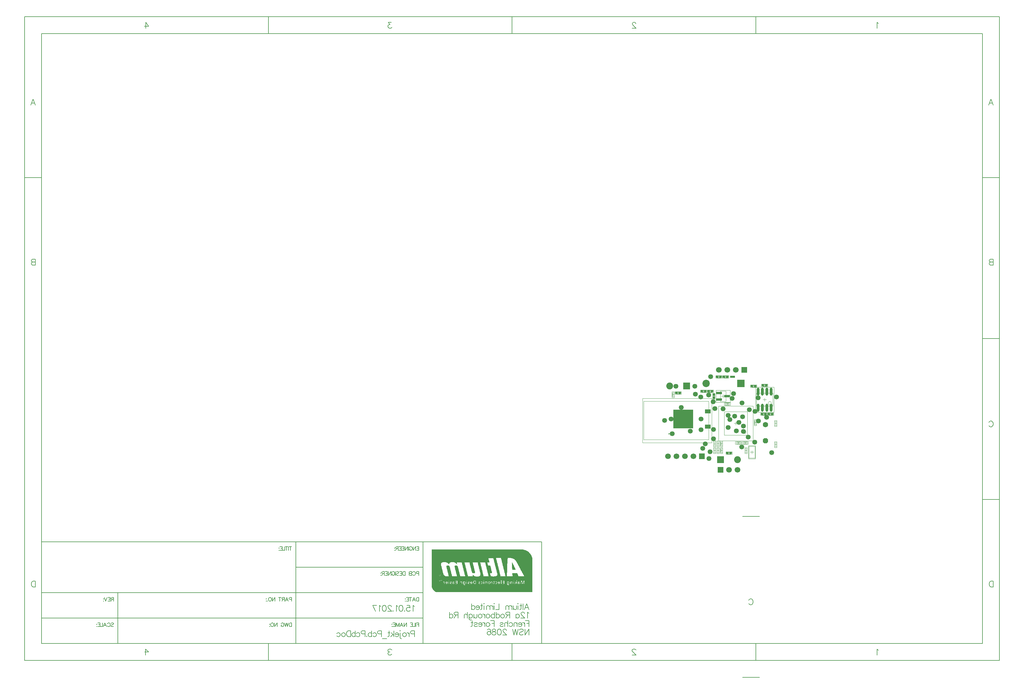
<source format=gts>
G04 Layer_Color=8388736*
%FSLAX42Y42*%
%MOMM*%
G71*
G01*
G75*
%ADD18C,0.10*%
%ADD19C,0.20*%
%ADD20C,0.05*%
%ADD21C,0.13*%
%ADD22C,0.18*%
%ADD51R,1.70X0.80*%
%ADD52R,1.80X1.20*%
%ADD53R,5.90X5.70*%
%ADD54R,0.80X0.70*%
%ADD55R,0.70X0.80*%
%ADD56R,0.70X0.50*%
%ADD57O,0.80X2.40*%
%ADD58C,2.05*%
%ADD59R,2.05X2.05*%
%ADD60P,1.74X8X112.5*%
%ADD61C,1.60*%
%ADD62C,2.20*%
%ADD63R,2.20X2.20*%
%ADD64C,1.70*%
%ADD65R,1.70X1.70*%
%ADD66C,1.47*%
D18*
X13945Y1212D02*
X11995D01*
Y2362D01*
X13945D02*
X11995D01*
X13945Y1212D02*
Y2362D01*
X14967Y1442D02*
G03*
X14967Y1442I50J0D01*
G01*
X15726Y2308D02*
G03*
X15726Y2308I50J0D01*
G01*
X15312Y1672D02*
Y1782D01*
X15372Y1672D02*
Y1782D01*
Y1672D02*
X15312D01*
X15372Y1782D02*
X15312D01*
X12908Y2511D02*
Y2621D01*
X12848Y2511D02*
Y2621D01*
X12908D02*
X12848D01*
X12908Y2511D02*
X12848D01*
X14889Y1088D02*
X14779D01*
X14889Y1148D02*
X14779D01*
X14889Y1088D02*
Y1148D01*
X14779Y1088D02*
Y1148D01*
X14296Y834D02*
Y944D01*
X14356Y834D02*
Y944D01*
Y834D02*
X14296D01*
X14356Y944D02*
X14296D01*
X15032Y834D02*
Y944D01*
X15092Y834D02*
Y944D01*
Y834D02*
X15032D01*
X15092Y944D02*
X15032D01*
X15981Y1647D02*
Y1757D01*
X15921Y1647D02*
Y1757D01*
X15981D02*
X15921D01*
X15981Y1647D02*
X15921D01*
X15092Y1088D02*
X14982D01*
X15092Y1148D02*
X14982D01*
X15092Y1088D02*
Y1148D01*
X14982Y1088D02*
Y1148D01*
X15921Y1012D02*
Y1122D01*
X15981Y1012D02*
Y1122D01*
Y1012D02*
X15921D01*
X15981Y1122D02*
X15921D01*
X15150Y668D02*
Y1008D01*
X15330Y668D02*
Y1008D01*
Y668D02*
X15150D01*
X15330Y1008D02*
X15150D01*
X14291Y2360D02*
Y2670D01*
X14461Y2360D02*
Y2670D01*
Y2360D02*
X14291D01*
X14461Y2670D02*
X14291D01*
X15346Y2789D02*
X15236D01*
X15346Y2849D02*
X15236D01*
Y2789D02*
Y2849D01*
X15346Y2789D02*
Y2849D01*
X15107Y2052D02*
X14407D01*
X15107Y1352D02*
X14407D01*
Y2052D01*
X15107Y1352D02*
Y2052D01*
X14194Y834D02*
Y944D01*
X14254Y834D02*
Y944D01*
Y834D02*
X14194D01*
X14254Y944D02*
X14194D01*
X14092Y835D02*
Y945D01*
X14152Y835D02*
Y945D01*
Y835D02*
X14092D01*
X14152Y945D02*
X14092D01*
X14558Y2316D02*
X14448D01*
X14558Y2256D02*
X14448D01*
Y2316D01*
X14558Y2256D02*
Y2316D01*
X14356Y1037D02*
Y1147D01*
X14296Y1037D02*
Y1147D01*
X14356D02*
X14296D01*
X14356Y1037D02*
X14296D01*
X14254D02*
Y1147D01*
X14194Y1037D02*
Y1147D01*
X14254D02*
X14194D01*
X14254Y1037D02*
X14194D01*
X14152Y1036D02*
Y1146D01*
X14092Y1036D02*
Y1146D01*
X14152D02*
X14092D01*
X14152Y1036D02*
X14092D01*
X14050Y2697D02*
X13940D01*
X14050Y2637D02*
X13940D01*
X14050D02*
Y2697D01*
X13940Y2637D02*
Y2697D01*
X14508Y3129D02*
X14398D01*
X14508Y3069D02*
X14398D01*
X14508D02*
Y3129D01*
X14398Y3069D02*
Y3129D01*
X14067Y2459D02*
Y2569D01*
X14127Y2459D02*
Y2569D01*
X14067D01*
X14127Y2459D02*
X14067D01*
X14623Y3081D02*
Y3116D01*
X14688Y3081D02*
Y3116D01*
Y3081D02*
X14623D01*
X14688Y3116D02*
X14623D01*
X15676Y2815D02*
X15566D01*
X15676Y2875D02*
X15566D01*
Y2815D02*
Y2875D01*
X15676Y2815D02*
Y2875D01*
X13847Y2637D02*
X13737D01*
X13847Y2697D02*
X13737D01*
Y2637D02*
Y2697D01*
X13847Y2637D02*
Y2697D01*
X14304Y3069D02*
X14194D01*
X14304Y3129D02*
X14194D01*
Y3069D02*
Y3129D01*
X14304Y3069D02*
Y3129D01*
X15376Y2218D02*
Y2608D01*
X15866Y2218D02*
Y2608D01*
X15376D01*
X15866Y2218D02*
X15376D01*
X15854Y2011D02*
X15744D01*
X15854Y1951D02*
X15744D01*
X15854D02*
Y2011D01*
X15744Y1951D02*
Y2011D01*
X15651D02*
X15541D01*
X15651Y1951D02*
X15541D01*
X15651D02*
Y2011D01*
X15541Y1951D02*
Y2011D01*
X14608Y843D02*
X14498D01*
X14608Y783D02*
X14498D01*
X14608D02*
Y843D01*
X14498Y783D02*
Y843D01*
X13085Y2646D02*
X12975D01*
X13085Y2586D02*
X12975D01*
X13085D02*
Y2646D01*
X12975Y2586D02*
Y2646D01*
X15372Y1727D02*
X15312D01*
X15342Y1697D02*
Y1757D01*
X15307Y1637D02*
Y1817D01*
X15377Y1637D02*
Y1817D01*
Y1637D02*
X15307D01*
X15377Y1817D02*
X15307D01*
X12908Y2566D02*
X12848D01*
X12878Y2536D02*
Y2596D01*
X12913Y2476D02*
Y2656D01*
X12843Y2476D02*
Y2656D01*
X12913D02*
X12843D01*
X12913Y2476D02*
X12843D01*
X14834Y1088D02*
Y1148D01*
X14864Y1118D02*
X14804D01*
X14924Y1083D02*
X14744D01*
X14924Y1153D02*
X14744D01*
X14924Y1083D02*
Y1153D01*
X14744Y1083D02*
Y1153D01*
X14356Y889D02*
X14296D01*
X14326Y859D02*
Y919D01*
X14291Y799D02*
Y979D01*
X14361Y799D02*
Y979D01*
Y799D02*
X14291D01*
X14361Y979D02*
X14291D01*
X15092Y889D02*
X15032D01*
X15062Y859D02*
Y919D01*
X15027Y799D02*
Y979D01*
X15097Y799D02*
Y979D01*
Y799D02*
X15027D01*
X15097Y979D02*
X15027D01*
X15981Y1702D02*
X15921D01*
X15951Y1672D02*
Y1732D01*
X15986Y1612D02*
Y1792D01*
X15916Y1612D02*
Y1792D01*
X15986D02*
X15916D01*
X15986Y1612D02*
X15916D01*
X15037Y1088D02*
Y1148D01*
X15067Y1118D02*
X15007D01*
X15127Y1083D02*
X14947D01*
X15127Y1153D02*
X14947D01*
X15127Y1083D02*
Y1153D01*
X14947Y1083D02*
Y1153D01*
X15981Y1067D02*
X15921D01*
X15951Y1037D02*
Y1097D01*
X15916Y977D02*
Y1157D01*
X15986Y977D02*
Y1157D01*
Y977D02*
X15916D01*
X15986Y1157D02*
X15916D01*
X15290Y838D02*
X15190D01*
X15240Y788D02*
Y888D01*
X15140Y638D02*
Y1038D01*
X15340Y638D02*
Y1038D01*
Y638D02*
X15140D01*
X15340Y1038D02*
X15140D01*
X14161Y2335D02*
Y2695D01*
X14591Y2335D02*
Y2695D01*
Y2335D02*
X14161D01*
X14591Y2695D02*
X14161D01*
X14426Y2515D02*
X14326D01*
X14376Y2465D02*
Y2565D01*
X15291Y2789D02*
Y2849D01*
X15321Y2819D02*
X15261D01*
X15381Y2784D02*
X15201D01*
X15381Y2854D02*
X15201D01*
Y2784D02*
Y2854D01*
X15381Y2784D02*
Y2854D01*
X14757Y1652D02*
Y1752D01*
X14807Y1702D02*
X14707D01*
X15277Y2222D02*
X14237D01*
X15277Y1182D02*
X14237D01*
Y2222D01*
X15277Y1182D02*
Y2222D01*
X14254Y889D02*
X14194D01*
X14224Y859D02*
Y919D01*
X14189Y799D02*
Y979D01*
X14259Y799D02*
Y979D01*
Y799D02*
X14189D01*
X14259Y979D02*
X14189D01*
X14152Y890D02*
X14092D01*
X14122Y860D02*
Y920D01*
X14087Y800D02*
Y980D01*
X14157Y800D02*
Y980D01*
Y800D02*
X14087D01*
X14157Y980D02*
X14087D01*
X14503Y2256D02*
Y2316D01*
X14533Y2286D02*
X14473D01*
X14593Y2321D02*
X14413D01*
X14593Y2251D02*
X14413D01*
Y2321D01*
X14593Y2251D02*
Y2321D01*
X14356Y1092D02*
X14296D01*
X14326Y1062D02*
Y1122D01*
X14361Y1002D02*
Y1182D01*
X14291Y1002D02*
Y1182D01*
X14361D02*
X14291D01*
X14361Y1002D02*
X14291D01*
X14254Y1092D02*
X14194D01*
X14224Y1062D02*
Y1122D01*
X14259Y1002D02*
Y1182D01*
X14189Y1002D02*
Y1182D01*
X14259D02*
X14189D01*
X14259Y1002D02*
X14189D01*
X14152Y1091D02*
X14092D01*
X14122Y1061D02*
Y1121D01*
X14157Y1001D02*
Y1181D01*
X14087Y1001D02*
Y1181D01*
X14157D02*
X14087D01*
X14157Y1001D02*
X14087D01*
X12970Y1737D02*
Y1837D01*
X13020Y1787D02*
X12920D01*
X14035Y1122D02*
Y2452D01*
X11965D01*
Y1122D02*
Y2452D01*
X14035Y1122D02*
X11965D01*
X13995Y2637D02*
Y2697D01*
X14025Y2667D02*
X13965D01*
X14085Y2702D02*
X13905D01*
X14085Y2632D02*
X13905D01*
X14085D02*
Y2702D01*
X13905Y2632D02*
Y2702D01*
X14453Y3069D02*
Y3129D01*
X14483Y3099D02*
X14423D01*
X14543Y3134D02*
X14363D01*
X14543Y3064D02*
X14363D01*
X14543D02*
Y3134D01*
X14363Y3064D02*
Y3134D01*
X14127Y2514D02*
X14067D01*
X14097Y2484D02*
Y2544D01*
X14062Y2424D02*
Y2604D01*
X14132Y2424D02*
Y2604D01*
X14062D01*
X14132Y2424D02*
X14062D01*
X14586Y3074D02*
Y3124D01*
X14726Y3074D02*
Y3124D01*
Y3074D02*
X14586D01*
X14726Y3124D02*
X14586D01*
X14673Y3099D02*
X14638D01*
X14656Y3081D02*
Y3116D01*
X15621Y2815D02*
Y2875D01*
X15651Y2845D02*
X15591D01*
X15711Y2810D02*
X15531D01*
X15711Y2880D02*
X15531D01*
Y2810D02*
Y2880D01*
X15711Y2810D02*
Y2880D01*
X13792Y2637D02*
Y2697D01*
X13822Y2667D02*
X13762D01*
X13882Y2632D02*
X13702D01*
X13882Y2702D02*
X13702D01*
Y2632D02*
Y2702D01*
X13882Y2632D02*
Y2702D01*
X14249Y3069D02*
Y3129D01*
X14279Y3099D02*
X14219D01*
X14339Y3064D02*
X14159D01*
X14339Y3134D02*
X14159D01*
Y3064D02*
Y3134D01*
X14339Y3064D02*
Y3134D01*
X15671Y2413D02*
X15571D01*
X15621Y2363D02*
Y2463D01*
X15346Y2038D02*
Y2788D01*
X15896Y2038D02*
Y2788D01*
X15346D01*
X15896Y2038D02*
X15346D01*
X15799Y1951D02*
Y2011D01*
X15829Y1981D02*
X15769D01*
X15889Y2016D02*
X15709D01*
X15889Y1946D02*
X15709D01*
X15889D02*
Y2016D01*
X15709Y1946D02*
Y2016D01*
X15596Y1951D02*
Y2011D01*
X15626Y1981D02*
X15566D01*
X15686Y2016D02*
X15506D01*
X15686Y1946D02*
X15506D01*
X15686D02*
Y2016D01*
X15506Y1946D02*
Y2016D01*
X14553Y783D02*
Y843D01*
X14583Y813D02*
X14523D01*
X14643Y848D02*
X14463D01*
X14643Y778D02*
X14463D01*
X14643D02*
Y848D01*
X14463Y778D02*
Y848D01*
X13030Y2586D02*
Y2646D01*
X13060Y2616D02*
X13000D01*
X13120Y2651D02*
X12940D01*
X13120Y2581D02*
X12940D01*
X13120D02*
Y2651D01*
X12940Y2581D02*
Y2651D01*
D19*
X12845Y1372D02*
Y1405D01*
Y1388D01*
X12745D01*
X12762Y1372D01*
D20*
X8649Y-3353D02*
X5778D01*
X8649Y-3348D02*
X5768D01*
X8649Y-3343D02*
X5758D01*
X8649Y-3338D02*
X5748D01*
X8649Y-3332D02*
X5743D01*
X8649Y-3327D02*
X5733D01*
X8649Y-3322D02*
X5728D01*
X8649Y-3317D02*
X5723D01*
X8649Y-3312D02*
X5718D01*
X8649Y-3307D02*
X5712D01*
X8649Y-3302D02*
X5707D01*
X8649Y-3297D02*
X5702D01*
X8649Y-3292D02*
X5697D01*
X8649Y-3287D02*
X5692D01*
X8649Y-3282D02*
X5687D01*
X8649Y-3277D02*
X5682D01*
X8649Y-3272D02*
X5682D01*
X8649Y-3266D02*
X5677D01*
X8649Y-3261D02*
X5672D01*
X8649Y-3256D02*
X5672D01*
X8649Y-3251D02*
X5667D01*
X8649Y-3246D02*
X5667D01*
X8649Y-3241D02*
X5662D01*
X8649Y-3236D02*
X5662D01*
X8649Y-3231D02*
X5662D01*
X8649Y-3226D02*
X5657D01*
X8649Y-3221D02*
X5657D01*
X8649Y-3216D02*
X5657D01*
X8649Y-3211D02*
X5651D01*
X8649Y-3205D02*
X5651D01*
X8649Y-3200D02*
X5651D01*
X8649Y-3195D02*
X5651D01*
X8649Y-3190D02*
X5651D01*
X8649Y-3185D02*
X5651D01*
X8649Y-3180D02*
X5651D01*
X8649Y-3175D02*
X5651D01*
X8649Y-3170D02*
X5651D01*
X8649Y-3165D02*
X5651D01*
X8649Y-3160D02*
X5651D01*
X8649Y-3155D02*
X5651D01*
X8649Y-3150D02*
X5651D01*
X8649Y-3145D02*
X5651D01*
X6601Y-3139D02*
X5651D01*
X7912D02*
X6642D01*
X8649D02*
X7958D01*
X6596Y-3134D02*
X5651D01*
X7907D02*
X6647D01*
X8649D02*
X7963D01*
X6591Y-3129D02*
X5651D01*
X7902D02*
X6647D01*
X8649D02*
X7963D01*
X6586Y-3124D02*
X5651D01*
X6637D02*
X6612D01*
X7902D02*
X6647D01*
X7953D02*
X7927D01*
X8649D02*
X7963D01*
X6586Y-3119D02*
X5651D01*
X7897D02*
X6607D01*
X8649D02*
X7922D01*
X6586Y-3114D02*
X5651D01*
X7897D02*
X6607D01*
X8649D02*
X7917D01*
X6007Y-3109D02*
X5651D01*
X6063D02*
X6027D01*
X6144D02*
X6104D01*
X6200D02*
X6165D01*
X6261D02*
X6241D01*
X6287D02*
X6281D01*
X6353D02*
X6317D01*
X6490D02*
X6414D01*
X6535D02*
X6505D01*
X6581D02*
X6556D01*
X6617D02*
X6601D01*
X6678D02*
X6637D01*
X6734D02*
X6698D01*
X6805D02*
X6774D01*
X6916D02*
X6845D01*
X7054D02*
X6967D01*
X7109D02*
X7094D01*
X7191D02*
X7145D01*
X7236D02*
X7211D01*
X7287D02*
X7257D01*
X7348D02*
X7308D01*
X7445D02*
X7384D01*
X7480D02*
X7460D01*
X7546D02*
X7511D01*
X7628D02*
X7582D01*
X7714D02*
X7668D01*
X7760D02*
X7734D01*
X7897D02*
X7821D01*
X7927D02*
X7917D01*
X7993D02*
X7953D01*
X8039D02*
X8014D01*
X8090D02*
X8059D01*
X8125D02*
X8110D01*
X8176D02*
X8151D01*
X8222D02*
X8197D01*
X8247D02*
X8237D01*
X8313D02*
X8278D01*
X8359D02*
X8334D01*
X8405D02*
X8379D01*
X8649D02*
X8425D01*
X6007Y-3104D02*
X5651D01*
X6058D02*
X6027D01*
X6144D02*
X6109D01*
X6195D02*
X6165D01*
X6261D02*
X6241D01*
X6353D02*
X6327D01*
X6490D02*
X6414D01*
X6535D02*
X6505D01*
X6581D02*
X6556D01*
X6607D02*
X6601D01*
X6678D02*
X6647D01*
X6728D02*
X6698D01*
X6800D02*
X6774D01*
X6906D02*
X6850D01*
X7049D02*
X6967D01*
X7109D02*
X7094D01*
X7191D02*
X7155D01*
X7236D02*
X7211D01*
X7287D02*
X7257D01*
X7338D02*
X7308D01*
X7445D02*
X7394D01*
X7480D02*
X7460D01*
X7546D02*
X7516D01*
X7628D02*
X7592D01*
X7714D02*
X7678D01*
X7760D02*
X7734D01*
X7897D02*
X7821D01*
X7993D02*
X7958D01*
X8039D02*
X8014D01*
X8090D02*
X8059D01*
X8131D02*
X8110D01*
X8176D02*
X8156D01*
X8222D02*
X8197D01*
X8313D02*
X8283D01*
X8359D02*
X8334D01*
X8405D02*
X8385D01*
X8649D02*
X8425D01*
X6007Y-3099D02*
X5651D01*
X6058D02*
X6027D01*
X6144D02*
X6114D01*
X6190D02*
X6165D01*
X6261D02*
X6241D01*
X6353D02*
X6327D01*
X6490D02*
X6414D01*
X6535D02*
X6505D01*
X6581D02*
X6556D01*
X6678D02*
X6652D01*
X6723D02*
X6698D01*
X6800D02*
X6774D01*
X6896D02*
X6855D01*
X7043D02*
X6967D01*
X7109D02*
X7094D01*
X7191D02*
X7160D01*
X7236D02*
X7211D01*
X7287D02*
X7257D01*
X7338D02*
X7308D01*
X7445D02*
X7399D01*
X7480D02*
X7460D01*
X7546D02*
X7521D01*
X7628D02*
X7597D01*
X7714D02*
X7683D01*
X7760D02*
X7734D01*
X7897D02*
X7821D01*
X7993D02*
X7963D01*
X8039D02*
X8014D01*
X8090D02*
X8059D01*
X8136D02*
X8110D01*
X8176D02*
X8161D01*
X8222D02*
X8197D01*
X8313D02*
X8288D01*
X8354D02*
X8334D01*
X8405D02*
X8385D01*
X8649D02*
X8425D01*
X6007Y-3094D02*
X5651D01*
X6058D02*
X6027D01*
X6093D02*
X6063D01*
X6144D02*
X6119D01*
X6190D02*
X6165D01*
X6261D02*
X6210D01*
X6307D02*
X6287D01*
X6388D02*
X6327D01*
X6490D02*
X6414D01*
X6535D02*
X6505D01*
X6581D02*
X6556D01*
X6627D02*
X6612D01*
X6678D02*
X6652D01*
X6723D02*
X6698D01*
X6800D02*
X6744D01*
X6835D02*
X6805D01*
X6891D02*
X6861D01*
X6947D02*
X6932D01*
X7043D02*
X6967D01*
X7135D02*
X7064D01*
X7191D02*
X7165D01*
X7236D02*
X7211D01*
X7287D02*
X7257D01*
X7333D02*
X7308D01*
X7379D02*
X7358D01*
X7445D02*
X7404D01*
X7496D02*
X7460D01*
X7572D02*
X7521D01*
X7628D02*
X7597D01*
X7663D02*
X7633D01*
X7714D02*
X7689D01*
X7800D02*
X7734D01*
X7897D02*
X7821D01*
X7938D02*
X7927D01*
X7993D02*
X7968D01*
X8039D02*
X8014D01*
X8090D02*
X8059D01*
X8141D02*
X8110D01*
X8176D02*
X8161D01*
X8222D02*
X8197D01*
X8268D02*
X8247D01*
X8313D02*
X8288D01*
X8354D02*
X8334D01*
X8405D02*
X8385D01*
X8649D02*
X8425D01*
X6007Y-3089D02*
X5651D01*
X6099D02*
X6027D01*
X6144D02*
X6119D01*
X6185D02*
X6165D01*
X6261D02*
X6210D01*
X6312D02*
X6281D01*
X6388D02*
X6327D01*
X6490D02*
X6414D01*
X6535D02*
X6505D01*
X6581D02*
X6556D01*
X6632D02*
X6607D01*
X6678D02*
X6657D01*
X6723D02*
X6698D01*
X6840D02*
X6744D01*
X6891D02*
X6861D01*
X6947D02*
X6921D01*
X7043D02*
X6967D01*
X7140D02*
X7064D01*
X7191D02*
X7165D01*
X7236D02*
X7211D01*
X7287D02*
X7257D01*
X7328D02*
X7308D01*
X7384D02*
X7353D01*
X7445D02*
X7404D01*
X7501D02*
X7460D01*
X7577D02*
X7521D01*
X7668D02*
X7602D01*
X7714D02*
X7689D01*
X7800D02*
X7734D01*
X7897D02*
X7821D01*
X7943D02*
X7922D01*
X7993D02*
X7968D01*
X8039D02*
X8014D01*
X8090D02*
X8059D01*
X8141D02*
X8110D01*
X8176D02*
X8166D01*
X8222D02*
X8197D01*
X8268D02*
X8242D01*
X8313D02*
X8288D01*
X8354D02*
X8334D01*
X8405D02*
X8390D01*
X8649D02*
X8425D01*
X6007Y-3084D02*
X5651D01*
X6104D02*
X6027D01*
X6144D02*
X6124D01*
X6190D02*
X6165D01*
X6261D02*
X6210D01*
X6307D02*
X6281D01*
X6388D02*
X6327D01*
X6490D02*
X6414D01*
X6535D02*
X6505D01*
X6581D02*
X6556D01*
X6632D02*
X6607D01*
X6678D02*
X6657D01*
X6723D02*
X6698D01*
X6845D02*
X6744D01*
X6886D02*
X6866D01*
X6947D02*
X6911D01*
X7043D02*
X6967D01*
X7145D02*
X7064D01*
X7191D02*
X7165D01*
X7236D02*
X7211D01*
X7287D02*
X7257D01*
X7328D02*
X7308D01*
X7384D02*
X7348D01*
X7445D02*
X7404D01*
X7501D02*
X7460D01*
X7582D02*
X7521D01*
X7673D02*
X7602D01*
X7714D02*
X7689D01*
X7800D02*
X7734D01*
X7897D02*
X7821D01*
X7948D02*
X7917D01*
X7993D02*
X7968D01*
X8039D02*
X8014D01*
X8090D02*
X8059D01*
X8146D02*
X8110D01*
X8176D02*
X8171D01*
X8222D02*
X8197D01*
X8268D02*
X8242D01*
X8313D02*
X8288D01*
X8349D02*
X8334D01*
X8405D02*
X8390D01*
X8649D02*
X8425D01*
X6007Y-3078D02*
X5651D01*
X6053D02*
X6027D01*
X6144D02*
X6124D01*
X6190D02*
X6165D01*
X6261D02*
X6220D01*
X6302D02*
X6281D01*
X6388D02*
X6327D01*
X6490D02*
X6414D01*
X6535D02*
X6505D01*
X6581D02*
X6556D01*
X6637D02*
X6601D01*
X6678D02*
X6657D01*
X6723D02*
X6698D01*
X6794D02*
X6759D01*
X6886D02*
X6866D01*
X6947D02*
X6911D01*
X7043D02*
X6967D01*
X7145D02*
X7079D01*
X7191D02*
X7165D01*
X7236D02*
X7211D01*
X7287D02*
X7257D01*
X7328D02*
X7308D01*
X7384D02*
X7348D01*
X7445D02*
X7404D01*
X7501D02*
X7460D01*
X7582D02*
X7521D01*
X7623D02*
X7602D01*
X7714D02*
X7689D01*
X7800D02*
X7734D01*
X7897D02*
X7821D01*
X7948D02*
X7917D01*
X7993D02*
X7968D01*
X8039D02*
X8014D01*
X8090D02*
X8059D01*
X8151D02*
X8110D01*
X8222D02*
X8197D01*
X8263D02*
X8242D01*
X8313D02*
X8288D01*
X8349D02*
X8334D01*
X8374D02*
X8369D01*
X8405D02*
X8390D01*
X8649D02*
X8425D01*
X6007Y-3073D02*
X5651D01*
X6053D02*
X6027D01*
X6144D02*
X6124D01*
X6190D02*
X6165D01*
X6261D02*
X6236D01*
X6388D02*
X6322D01*
X6490D02*
X6414D01*
X6535D02*
X6505D01*
X6581D02*
X6556D01*
X6637D02*
X6601D01*
X6678D02*
X6657D01*
X6728D02*
X6698D01*
X6794D02*
X6769D01*
X6886D02*
X6866D01*
X6947D02*
X6906D01*
X7043D02*
X6967D01*
X7145D02*
X7089D01*
X7191D02*
X7165D01*
X7236D02*
X7211D01*
X7287D02*
X7257D01*
X7328D02*
X7308D01*
X7384D02*
X7348D01*
X7440D02*
X7404D01*
X7501D02*
X7460D01*
X7582D02*
X7521D01*
X7623D02*
X7602D01*
X7714D02*
X7689D01*
X7800D02*
X7734D01*
X7897D02*
X7821D01*
X7948D02*
X7917D01*
X7993D02*
X7968D01*
X8039D02*
X8014D01*
X8090D02*
X8059D01*
X8156D02*
X8110D01*
X8222D02*
X8197D01*
X8313D02*
X8283D01*
X8349D02*
X8334D01*
X8374D02*
X8364D01*
X8405D02*
X8395D01*
X8649D02*
X8425D01*
X6007Y-3068D02*
X5651D01*
X6053D02*
X6027D01*
X6144D02*
X6124D01*
X6200D02*
X6165D01*
X6261D02*
X6241D01*
X6388D02*
X6317D01*
X6490D02*
X6414D01*
X6535D02*
X6505D01*
X6581D02*
X6556D01*
X6637D02*
X6601D01*
X6678D02*
X6657D01*
X6734D02*
X6698D01*
X6794D02*
X6774D01*
X6881D02*
X6866D01*
X6947D02*
X6906D01*
X7054D02*
X6967D01*
X7145D02*
X7094D01*
X7191D02*
X7165D01*
X7236D02*
X7211D01*
X7287D02*
X7257D01*
X7328D02*
X7308D01*
X7384D02*
X7348D01*
X7440D02*
X7404D01*
X7501D02*
X7460D01*
X7582D02*
X7521D01*
X7623D02*
X7602D01*
X7714D02*
X7689D01*
X7800D02*
X7734D01*
X7897D02*
X7821D01*
X7948D02*
X7917D01*
X7993D02*
X7968D01*
X8039D02*
X8014D01*
X8090D02*
X8059D01*
X8156D02*
X8110D01*
X8222D02*
X8197D01*
X8313D02*
X8278D01*
X8344D02*
X8334D01*
X8374D02*
X8364D01*
X8405D02*
X8395D01*
X8649D02*
X8425D01*
X6007Y-3063D02*
X5651D01*
X6053D02*
X6027D01*
X6104D02*
X6073D01*
X6144D02*
X6124D01*
X6215D02*
X6165D01*
X6261D02*
X6241D01*
X6353D02*
X6281D01*
X6490D02*
X6414D01*
X6535D02*
X6510D01*
X6581D02*
X6556D01*
X6637D02*
X6607D01*
X6678D02*
X6657D01*
X6749D02*
X6698D01*
X6794D02*
X6774D01*
X6845D02*
X6815D01*
X6881D02*
X6866D01*
X6947D02*
X6906D01*
X7069D02*
X6967D01*
X7145D02*
X7094D01*
X7191D02*
X7165D01*
X7236D02*
X7211D01*
X7282D02*
X7257D01*
X7328D02*
X7308D01*
X7384D02*
X7348D01*
X7440D02*
X7404D01*
X7501D02*
X7460D01*
X7582D02*
X7521D01*
X7623D02*
X7602D01*
X7673D02*
X7638D01*
X7714D02*
X7689D01*
X7765D02*
X7734D01*
X7897D02*
X7821D01*
X7948D02*
X7917D01*
X7993D02*
X7968D01*
X8039D02*
X8014D01*
X8090D02*
X8059D01*
X8151D02*
X8110D01*
X8222D02*
X8197D01*
X8313D02*
X8242D01*
X8344D02*
X8334D01*
X8374D02*
X8364D01*
X8405D02*
X8395D01*
X8649D02*
X8425D01*
X6002Y-3058D02*
X5651D01*
X6053D02*
X6027D01*
X6104D02*
X6073D01*
X6144D02*
X6119D01*
X6220D02*
X6165D01*
X6261D02*
X6241D01*
X6353D02*
X6281D01*
X6490D02*
X6414D01*
X6530D02*
X6510D01*
X6581D02*
X6556D01*
X6632D02*
X6607D01*
X6678D02*
X6657D01*
X6754D02*
X6698D01*
X6794D02*
X6774D01*
X6845D02*
X6815D01*
X6881D02*
X6861D01*
X6947D02*
X6906D01*
X7074D02*
X6967D01*
X7140D02*
X7094D01*
X7191D02*
X7165D01*
X7236D02*
X7211D01*
X7282D02*
X7257D01*
X7328D02*
X7308D01*
X7384D02*
X7353D01*
X7440D02*
X7404D01*
X7501D02*
X7460D01*
X7577D02*
X7521D01*
X7623D02*
X7602D01*
X7668D02*
X7643D01*
X7714D02*
X7689D01*
X7765D02*
X7734D01*
X7897D02*
X7821D01*
X7948D02*
X7917D01*
X7993D02*
X7968D01*
X8039D02*
X8014D01*
X8090D02*
X8059D01*
X8146D02*
X8110D01*
X8176D02*
X8171D01*
X8222D02*
X8197D01*
X8313D02*
X8242D01*
X8344D02*
X8334D01*
X8379D02*
X8359D01*
X8405D02*
X8395D01*
X8649D02*
X8425D01*
X5987Y-3053D02*
X5651D01*
X6058D02*
X6027D01*
X6099D02*
X6073D01*
X6144D02*
X6119D01*
X6220D02*
X6165D01*
X6266D02*
X6241D01*
X6312D02*
X6287D01*
X6353D02*
X6322D01*
X6490D02*
X6414D01*
X6530D02*
X6510D01*
X6581D02*
X6556D01*
X6627D02*
X6612D01*
X6678D02*
X6652D01*
X6754D02*
X6698D01*
X6800D02*
X6774D01*
X6840D02*
X6815D01*
X6881D02*
X6861D01*
X6947D02*
X6906D01*
X7074D02*
X6967D01*
X7140D02*
X7094D01*
X7191D02*
X7165D01*
X7236D02*
X7211D01*
X7277D02*
X7262D01*
X7333D02*
X7308D01*
X7379D02*
X7358D01*
X7419D02*
X7404D01*
X7501D02*
X7460D01*
X7572D02*
X7521D01*
X7623D02*
X7597D01*
X7668D02*
X7643D01*
X7714D02*
X7689D01*
X7765D02*
X7734D01*
X7897D02*
X7821D01*
X7943D02*
X7922D01*
X7993D02*
X7968D01*
X8034D02*
X8014D01*
X8090D02*
X8059D01*
X8146D02*
X8110D01*
X8176D02*
X8166D01*
X8222D02*
X8197D01*
X8273D02*
X8242D01*
X8313D02*
X8283D01*
X8339D02*
X8334D01*
X8379D02*
X8359D01*
X8405D02*
X8400D01*
X8649D02*
X8425D01*
X5987Y-3048D02*
X5651D01*
X6058D02*
X6027D01*
X6144D02*
X6114D01*
X6190D02*
X6165D01*
X6266D02*
X6241D01*
X6388D02*
X6322D01*
X6490D02*
X6414D01*
X6581D02*
X6556D01*
X6678D02*
X6652D01*
X6728D02*
X6698D01*
X6800D02*
X6774D01*
X6886D02*
X6855D01*
X6947D02*
X6906D01*
X7043D02*
X6967D01*
X7115D02*
X7094D01*
X7191D02*
X7160D01*
X7242D02*
X7211D01*
X7338D02*
X7308D01*
X7419D02*
X7399D01*
X7485D02*
X7460D01*
X7546D02*
X7536D01*
X7628D02*
X7597D01*
X7714D02*
X7683D01*
X7800D02*
X7734D01*
X7897D02*
X7821D01*
X7993D02*
X7963D01*
X8090D02*
X8059D01*
X8141D02*
X8110D01*
X8176D02*
X8161D01*
X8227D02*
X8197D01*
X8313D02*
X8283D01*
X8339D02*
X8334D01*
X8379D02*
X8359D01*
X8405D02*
X8400D01*
X8649D02*
X8425D01*
X5987Y-3043D02*
X5651D01*
X6012D02*
X6007D01*
X6063D02*
X6027D01*
X6144D02*
X6109D01*
X6190D02*
X6165D01*
X6271D02*
X6236D01*
X6388D02*
X6322D01*
X6495D02*
X6414D01*
X6581D02*
X6556D01*
X6678D02*
X6647D01*
X6723D02*
X6698D01*
X6805D02*
X6769D01*
X6886D02*
X6855D01*
X6947D02*
X6911D01*
X7043D02*
X6967D01*
X7115D02*
X7089D01*
X7191D02*
X7155D01*
X7242D02*
X7211D01*
X7338D02*
X7308D01*
X7419D02*
X7394D01*
X7445D02*
X7440D01*
X7485D02*
X7460D01*
X7546D02*
X7536D01*
X7633D02*
X7592D01*
X7714D02*
X7678D01*
X7800D02*
X7734D01*
X7897D02*
X7821D01*
X7998D02*
X7958D01*
X8090D02*
X8059D01*
X8136D02*
X8110D01*
X8176D02*
X8161D01*
X8227D02*
X8197D01*
X8313D02*
X8283D01*
X8339D02*
X8334D01*
X8385D02*
X8359D01*
X8649D02*
X8425D01*
X5860Y-3038D02*
X5651D01*
X5880D02*
X5865D01*
X5900D02*
X5890D01*
X5931D02*
X5911D01*
X5987D02*
X5936D01*
X6012D02*
X6002D01*
X6068D02*
X6027D01*
X6144D02*
X6104D01*
X6190D02*
X6165D01*
X6276D02*
X6231D01*
X6388D02*
X6317D01*
X6500D02*
X6414D01*
X6535D02*
X6530D01*
X6581D02*
X6556D01*
X6612D02*
X6601D01*
X6678D02*
X6642D01*
X6723D02*
X6698D01*
X6810D02*
X6764D01*
X6886D02*
X6845D01*
X6947D02*
X6911D01*
X7043D02*
X6967D01*
X7109D02*
X7084D01*
X7191D02*
X7150D01*
X7247D02*
X7211D01*
X7287D02*
X7277D01*
X7348D02*
X7308D01*
X7419D02*
X7384D01*
X7445D02*
X7435D01*
X7485D02*
X7460D01*
X7546D02*
X7536D01*
X7638D02*
X7582D01*
X7714D02*
X7673D01*
X7800D02*
X7734D01*
X7897D02*
X7821D01*
X7922D02*
X7917D01*
X8004D02*
X7953D01*
X8044D02*
X8034D01*
X8090D02*
X8059D01*
X8131D02*
X8110D01*
X8176D02*
X8156D01*
X8232D02*
X8197D01*
X8313D02*
X8278D01*
X8385D02*
X8354D01*
X8649D02*
X8425D01*
X5860Y-3033D02*
X5651D01*
X5875D02*
X5865D01*
X5900D02*
X5890D01*
X5931D02*
X5911D01*
X6388D02*
X5936D01*
X6891D02*
X6414D01*
X6947D02*
X6916D01*
X7501D02*
X6967D01*
X7714D02*
X7521D01*
X7800D02*
X7734D01*
X8176D02*
X7821D01*
X8313D02*
X8197D01*
X8385D02*
X8354D01*
X8649D02*
X8425D01*
X5860Y-3028D02*
X5651D01*
X5875D02*
X5865D01*
X5900D02*
X5895D01*
X5931D02*
X5911D01*
X6388D02*
X5936D01*
X6891D02*
X6414D01*
X6947D02*
X6927D01*
X7501D02*
X6967D01*
X7714D02*
X7521D01*
X7800D02*
X7734D01*
X8176D02*
X7821D01*
X8313D02*
X8197D01*
X8390D02*
X8354D01*
X8649D02*
X8425D01*
X5860Y-3023D02*
X5651D01*
X5870D02*
X5865D01*
X5885D02*
X5880D01*
X5900D02*
X5895D01*
X5931D02*
X5911D01*
X6353D02*
X5936D01*
X6896D02*
X6414D01*
X7501D02*
X6967D01*
X7714D02*
X7521D01*
X7760D02*
X7734D01*
X8176D02*
X7821D01*
X8313D02*
X8197D01*
X8390D02*
X8349D01*
X8649D02*
X8425D01*
X5860Y-3018D02*
X5651D01*
X5870D02*
X5865D01*
X5890D02*
X5880D01*
X5931D02*
X5911D01*
X6144D02*
X5936D01*
X6353D02*
X6165D01*
X6678D02*
X6414D01*
X6901D02*
X6698D01*
X7191D02*
X6967D01*
X7501D02*
X7211D01*
X7714D02*
X7511D01*
X7760D02*
X7734D01*
X8090D02*
X7821D01*
X8176D02*
X8110D01*
X8313D02*
X8197D01*
X8390D02*
X8349D01*
X8649D02*
X8425D01*
X5860Y-3012D02*
X5651D01*
X5890D02*
X5875D01*
X5931D02*
X5911D01*
X6144D02*
X5936D01*
X6353D02*
X6165D01*
X6678D02*
X6414D01*
X6916D02*
X6698D01*
X7191D02*
X6967D01*
X7714D02*
X7211D01*
X7760D02*
X7734D01*
X8090D02*
X7821D01*
X8176D02*
X8110D01*
X8313D02*
X8197D01*
X8395D02*
X8349D01*
X8649D02*
X8425D01*
X5860Y-3007D02*
X5651D01*
X5895D02*
X5875D01*
X5931D02*
X5911D01*
X6144D02*
X5936D01*
X6678D02*
X6165D01*
X7191D02*
X6698D01*
X7714D02*
X7211D01*
X8090D02*
X7734D01*
X8176D02*
X8110D01*
X8649D02*
X8197D01*
X5860Y-3002D02*
X5651D01*
X5895D02*
X5870D01*
X5916D02*
X5911D01*
X7714D02*
X5951D01*
X8176D02*
X7734D01*
X8649D02*
X8197D01*
X8649Y-2997D02*
X5651D01*
X8649Y-2992D02*
X5651D01*
X8649Y-2987D02*
X5651D01*
X8649Y-2982D02*
X5651D01*
X8649Y-2977D02*
X5651D01*
X8649Y-2972D02*
X5651D01*
X8649Y-2967D02*
X5651D01*
X8649Y-2962D02*
X5651D01*
X8649Y-2957D02*
X5651D01*
X8649Y-2951D02*
X5651D01*
X8649Y-2946D02*
X5651D01*
X8649Y-2941D02*
X5651D01*
X8649Y-2936D02*
X5651D01*
X8649Y-2931D02*
X5651D01*
X8649Y-2926D02*
X5651D01*
X8649Y-2921D02*
X5651D01*
X8649Y-2916D02*
X5651D01*
X8649Y-2911D02*
X5651D01*
X8649Y-2906D02*
X5651D01*
X8649Y-2901D02*
X5651D01*
X8649Y-2896D02*
X5651D01*
X6972Y-2891D02*
X5651D01*
X8649D02*
X7028D01*
X6947Y-2885D02*
X5651D01*
X7455D02*
X7054D01*
X8649D02*
X7516D01*
X5860Y-2880D02*
X5651D01*
X5880D02*
X5865D01*
X5900D02*
X5890D01*
X5931D02*
X5911D01*
X6068D02*
X5941D01*
X6246D02*
X6160D01*
X6490D02*
X6403D01*
X6723D02*
X6647D01*
X6932D02*
X6881D01*
X7196D02*
X7064D01*
X7409D02*
X7348D01*
X7704D02*
X7562D01*
X7892D02*
X7856D01*
X8237D02*
X8070D01*
X8649D02*
X8420D01*
X5860Y-2875D02*
X5651D01*
X5875D02*
X5865D01*
X5900D02*
X5890D01*
X5931D02*
X5911D01*
X6048D02*
X5941D01*
X6246D02*
X6154D01*
X6490D02*
X6403D01*
X6723D02*
X6647D01*
X6921D02*
X6876D01*
X7191D02*
X7074D01*
X7404D02*
X7348D01*
X7699D02*
X7577D01*
X7892D02*
X7856D01*
X8237D02*
X8070D01*
X8649D02*
X8415D01*
X5860Y-2870D02*
X5651D01*
X5875D02*
X5865D01*
X5900D02*
X5890D01*
X5931D02*
X5911D01*
X6038D02*
X5941D01*
X6246D02*
X6154D01*
X6490D02*
X6398D01*
X6723D02*
X6647D01*
X6911D02*
X6876D01*
X7191D02*
X7084D01*
X7404D02*
X7348D01*
X7699D02*
X7587D01*
X7892D02*
X7856D01*
X8232D02*
X8070D01*
X8649D02*
X8415D01*
X5860Y-2865D02*
X5651D01*
X5875D02*
X5865D01*
X5885D02*
X5880D01*
X5900D02*
X5895D01*
X5931D02*
X5911D01*
X6027D02*
X5941D01*
X6246D02*
X6154D01*
X6490D02*
X6398D01*
X6718D02*
X6642D01*
X6906D02*
X6876D01*
X7191D02*
X7089D01*
X7404D02*
X7348D01*
X7699D02*
X7597D01*
X7892D02*
X7851D01*
X8232D02*
X8070D01*
X8649D02*
X8410D01*
X5860Y-2860D02*
X5651D01*
X5870D02*
X5865D01*
X5890D02*
X5880D01*
X5900D02*
X5895D01*
X5931D02*
X5911D01*
X6022D02*
X5941D01*
X6241D02*
X6154D01*
X6485D02*
X6398D01*
X6718D02*
X6642D01*
X6896D02*
X6876D01*
X7191D02*
X7094D01*
X7404D02*
X7343D01*
X7699D02*
X7602D01*
X7892D02*
X7851D01*
X8232D02*
X8070D01*
X8649D02*
X8410D01*
X5860Y-2855D02*
X5651D01*
X5870D02*
X5865D01*
X5890D02*
X5875D01*
X5931D02*
X5911D01*
X6012D02*
X5941D01*
X6241D02*
X6149D01*
X6485D02*
X6398D01*
X6718D02*
X6642D01*
X6891D02*
X6871D01*
X7186D02*
X7094D01*
X7399D02*
X7343D01*
X7694D02*
X7602D01*
X7892D02*
X7851D01*
X8227D02*
X8070D01*
X8649D02*
X8405D01*
X5860Y-2850D02*
X5651D01*
X5890D02*
X5875D01*
X5931D02*
X5911D01*
X6007D02*
X5941D01*
X6241D02*
X6149D01*
X6485D02*
X6393D01*
X6718D02*
X6642D01*
X6886D02*
X6871D01*
X7186D02*
X7099D01*
X7399D02*
X7343D01*
X7694D02*
X7607D01*
X7892D02*
X7851D01*
X8227D02*
X8070D01*
X8649D02*
X8405D01*
X5860Y-2845D02*
X5651D01*
X5895D02*
X5875D01*
X5931D02*
X5911D01*
X6002D02*
X5941D01*
X6241D02*
X6149D01*
X6485D02*
X6393D01*
X6713D02*
X6637D01*
X6881D02*
X6871D01*
X7186D02*
X7099D01*
X7399D02*
X7343D01*
X7694D02*
X7607D01*
X7892D02*
X7846D01*
X8222D02*
X8070D01*
X8649D02*
X8400D01*
X5860Y-2840D02*
X5651D01*
X5895D02*
X5870D01*
X5916D02*
X5911D01*
X6002D02*
X5951D01*
X6236D02*
X6149D01*
X6480D02*
X6393D01*
X6713D02*
X6637D01*
X6876D02*
X6871D01*
X7186D02*
X7099D01*
X7399D02*
X7338D01*
X7694D02*
X7607D01*
X7892D02*
X7846D01*
X8222D02*
X8070D01*
X8649D02*
X8395D01*
X5997Y-2835D02*
X5651D01*
X6236D02*
X6144D01*
X6480D02*
X6393D01*
X6713D02*
X6637D01*
X7181D02*
X7104D01*
X7394D02*
X7338D01*
X7689D02*
X7607D01*
X7892D02*
X7846D01*
X8217D02*
X8070D01*
X8649D02*
X8395D01*
X5992Y-2830D02*
X5651D01*
X6236D02*
X6144D01*
X6480D02*
X6388D01*
X6713D02*
X6637D01*
X7181D02*
X7104D01*
X7394D02*
X7338D01*
X7689D02*
X7607D01*
X7892D02*
X7846D01*
X8217D02*
X8064D01*
X8649D02*
X8390D01*
X5992Y-2824D02*
X5651D01*
X6236D02*
X6144D01*
X6480D02*
X6388D01*
X6708D02*
X6632D01*
X7181D02*
X7104D01*
X7394D02*
X7338D01*
X7689D02*
X7607D01*
X7892D02*
X7841D01*
X8217D02*
X8064D01*
X8649D02*
X8390D01*
X5987Y-2819D02*
X5651D01*
X6231D02*
X6144D01*
X6474D02*
X6388D01*
X6708D02*
X6632D01*
X7181D02*
X7104D01*
X7394D02*
X7333D01*
X7689D02*
X7607D01*
X7892D02*
X7841D01*
X8212D02*
X8064D01*
X8649D02*
X8385D01*
X5987Y-2814D02*
X5651D01*
X6231D02*
X6139D01*
X6474D02*
X6388D01*
X6708D02*
X6632D01*
X7175D02*
X7104D01*
X7389D02*
X7333D01*
X7683D02*
X7607D01*
X7892D02*
X7841D01*
X8212D02*
X8064D01*
X8649D02*
X8385D01*
X5982Y-2809D02*
X5651D01*
X6231D02*
X6139D01*
X6474D02*
X6383D01*
X6708D02*
X6632D01*
X7175D02*
X7104D01*
X7389D02*
X7333D01*
X7683D02*
X7607D01*
X7892D02*
X7841D01*
X8207D02*
X8064D01*
X8649D02*
X8379D01*
X5982Y-2804D02*
X5651D01*
X6231D02*
X6139D01*
X6474D02*
X6383D01*
X6703D02*
X6627D01*
X7175D02*
X7104D01*
X7389D02*
X7333D01*
X7683D02*
X7607D01*
X7892D02*
X7836D01*
X8207D02*
X8064D01*
X8649D02*
X8379D01*
X5982Y-2799D02*
X5651D01*
X6226D02*
X6139D01*
X6469D02*
X6383D01*
X6703D02*
X6627D01*
X7175D02*
X7104D01*
X7389D02*
X7328D01*
X7683D02*
X7607D01*
X7892D02*
X7836D01*
X8202D02*
X8064D01*
X8649D02*
X8374D01*
X5982Y-2794D02*
X5651D01*
X6226D02*
X6134D01*
X6469D02*
X6383D01*
X6703D02*
X6627D01*
X7170D02*
X7104D01*
X7384D02*
X7328D01*
X7678D02*
X7607D01*
X7892D02*
X7836D01*
X8202D02*
X8064D01*
X8649D02*
X8374D01*
X5977Y-2789D02*
X5651D01*
X6226D02*
X6134D01*
X6469D02*
X6378D01*
X6703D02*
X6627D01*
X7170D02*
X7099D01*
X7384D02*
X7328D01*
X7678D02*
X7607D01*
X7892D02*
X7836D01*
X8197D02*
X8064D01*
X8649D02*
X8369D01*
X5977Y-2784D02*
X5651D01*
X6226D02*
X6134D01*
X6469D02*
X6378D01*
X6698D02*
X6622D01*
X6927D02*
X6876D01*
X7170D02*
X7099D01*
X7435D02*
X7328D01*
X7678D02*
X7602D01*
X7892D02*
X7831D01*
X8649D02*
X8369D01*
X5977Y-2779D02*
X5651D01*
X6220D02*
X6134D01*
X6464D02*
X6378D01*
X6698D02*
X6622D01*
X6932D02*
X6866D01*
X7170D02*
X7099D01*
X7440D02*
X7323D01*
X7678D02*
X7602D01*
X7892D02*
X7831D01*
X8649D02*
X8364D01*
X5977Y-2774D02*
X5651D01*
X6220D02*
X6129D01*
X6464D02*
X6378D01*
X6698D02*
X6622D01*
X6932D02*
X6861D01*
X7165D02*
X7099D01*
X7440D02*
X7323D01*
X7673D02*
X7602D01*
X7892D02*
X7831D01*
X8649D02*
X8359D01*
X5972Y-2769D02*
X5651D01*
X6220D02*
X6129D01*
X6464D02*
X6373D01*
X6698D02*
X6622D01*
X6937D02*
X6855D01*
X7165D02*
X7094D01*
X7445D02*
X7323D01*
X7673D02*
X7602D01*
X7892D02*
X7831D01*
X8649D02*
X8359D01*
X5972Y-2764D02*
X5651D01*
X6220D02*
X6129D01*
X6464D02*
X6373D01*
X6693D02*
X6617D01*
X6937D02*
X6855D01*
X7165D02*
X7094D01*
X7440D02*
X7323D01*
X7673D02*
X7597D01*
X7897D02*
X7826D01*
X8649D02*
X8354D01*
X5972Y-2758D02*
X5651D01*
X6215D02*
X6129D01*
X6459D02*
X6373D01*
X6693D02*
X6617D01*
X6937D02*
X6850D01*
X7165D02*
X7094D01*
X7440D02*
X7318D01*
X7673D02*
X7597D01*
X7897D02*
X7826D01*
X8649D02*
X8354D01*
X5972Y-2753D02*
X5651D01*
X6215D02*
X6124D01*
X6459D02*
X6373D01*
X6693D02*
X6617D01*
X6937D02*
X6850D01*
X7160D02*
X7094D01*
X7440D02*
X7318D01*
X7668D02*
X7597D01*
X7897D02*
X7826D01*
X8649D02*
X8349D01*
X5966Y-2748D02*
X5651D01*
X6215D02*
X6124D01*
X6459D02*
X6368D01*
X6693D02*
X6617D01*
X6937D02*
X6845D01*
X7160D02*
X7089D01*
X7440D02*
X7318D01*
X7668D02*
X7597D01*
X7897D02*
X7826D01*
X8649D02*
X8349D01*
X5966Y-2743D02*
X5651D01*
X6215D02*
X6124D01*
X6459D02*
X6368D01*
X6688D02*
X6612D01*
X6932D02*
X6845D01*
X7160D02*
X7089D01*
X7440D02*
X7318D01*
X7668D02*
X7592D01*
X7897D02*
X7821D01*
X8649D02*
X8344D01*
X5966Y-2738D02*
X5651D01*
X6210D02*
X6124D01*
X6454D02*
X6368D01*
X6688D02*
X6612D01*
X6932D02*
X6845D01*
X7160D02*
X7089D01*
X7435D02*
X7313D01*
X7668D02*
X7592D01*
X7897D02*
X7821D01*
X8649D02*
X8344D01*
X5966Y-2733D02*
X5651D01*
X6210D02*
X6119D01*
X6454D02*
X6368D01*
X6688D02*
X6612D01*
X6932D02*
X6845D01*
X7155D02*
X7089D01*
X7435D02*
X7313D01*
X7663D02*
X7592D01*
X7897D02*
X7821D01*
X8649D02*
X8339D01*
X5961Y-2728D02*
X5651D01*
X6210D02*
X6119D01*
X6454D02*
X6363D01*
X6688D02*
X6612D01*
X6932D02*
X6840D01*
X7155D02*
X7084D01*
X7435D02*
X7313D01*
X7663D02*
X7592D01*
X7897D02*
X7821D01*
X8649D02*
X8339D01*
X5961Y-2723D02*
X5651D01*
X6210D02*
X6119D01*
X6454D02*
X6363D01*
X6683D02*
X6607D01*
X6927D02*
X6840D01*
X7155D02*
X7084D01*
X7435D02*
X7313D01*
X7663D02*
X7587D01*
X7897D02*
X7816D01*
X8649D02*
X8334D01*
X5961Y-2718D02*
X5651D01*
X6205D02*
X6119D01*
X6449D02*
X6363D01*
X6683D02*
X6607D01*
X6927D02*
X6840D01*
X7155D02*
X7084D01*
X7429D02*
X7308D01*
X7663D02*
X7587D01*
X7897D02*
X7816D01*
X8649D02*
X8334D01*
X5961Y-2713D02*
X5651D01*
X6205D02*
X6114D01*
X6449D02*
X6363D01*
X6683D02*
X6607D01*
X6927D02*
X6840D01*
X7150D02*
X7084D01*
X7429D02*
X7308D01*
X7658D02*
X7587D01*
X7897D02*
X7816D01*
X8649D02*
X8329D01*
X5956Y-2708D02*
X5651D01*
X6205D02*
X6114D01*
X6449D02*
X6358D01*
X6683D02*
X6607D01*
X6927D02*
X6835D01*
X7150D02*
X7079D01*
X7429D02*
X7308D01*
X7658D02*
X7587D01*
X7897D02*
X7816D01*
X8649D02*
X8329D01*
X5956Y-2703D02*
X5651D01*
X6205D02*
X6114D01*
X6449D02*
X6358D01*
X6678D02*
X6601D01*
X6921D02*
X6835D01*
X7150D02*
X7079D01*
X7429D02*
X7308D01*
X7658D02*
X7582D01*
X7897D02*
X7811D01*
X8649D02*
X8324D01*
X5956Y-2697D02*
X5651D01*
X6200D02*
X6114D01*
X6444D02*
X6358D01*
X6678D02*
X6601D01*
X6921D02*
X6835D01*
X7150D02*
X7079D01*
X7424D02*
X7303D01*
X7658D02*
X7582D01*
X7897D02*
X7811D01*
X8649D02*
X8318D01*
X5956Y-2692D02*
X5651D01*
X6200D02*
X6109D01*
X6444D02*
X6358D01*
X6678D02*
X6601D01*
X6921D02*
X6835D01*
X7145D02*
X7079D01*
X7424D02*
X7303D01*
X7653D02*
X7582D01*
X7897D02*
X7811D01*
X8649D02*
X8318D01*
X5951Y-2687D02*
X5651D01*
X6200D02*
X6109D01*
X6444D02*
X6353D01*
X6678D02*
X6601D01*
X6921D02*
X6830D01*
X7145D02*
X7074D01*
X7424D02*
X7303D01*
X7653D02*
X7582D01*
X7897D02*
X7811D01*
X8649D02*
X8313D01*
X5951Y-2682D02*
X5651D01*
X6200D02*
X6109D01*
X6444D02*
X6353D01*
X6673D02*
X6596D01*
X6916D02*
X6830D01*
X7145D02*
X7074D01*
X7424D02*
X7303D01*
X7653D02*
X7577D01*
X7897D02*
X7805D01*
X8649D02*
X8313D01*
X5951Y-2677D02*
X5651D01*
X6195D02*
X6109D01*
X6439D02*
X6353D01*
X6673D02*
X6596D01*
X6916D02*
X6830D01*
X7145D02*
X7074D01*
X7419D02*
X7297D01*
X7653D02*
X7577D01*
X7897D02*
X7805D01*
X8151D02*
X8059D01*
X8649D02*
X8308D01*
X5951Y-2672D02*
X5651D01*
X6195D02*
X6104D01*
X6439D02*
X6353D01*
X6673D02*
X6596D01*
X6916D02*
X6830D01*
X7140D02*
X7074D01*
X7419D02*
X7297D01*
X7648D02*
X7577D01*
X7897D02*
X7805D01*
X8146D02*
X8059D01*
X8649D02*
X8308D01*
X5946Y-2667D02*
X5651D01*
X6195D02*
X6104D01*
X6439D02*
X6347D01*
X6673D02*
X6596D01*
X6916D02*
X6825D01*
X7140D02*
X7069D01*
X7419D02*
X7297D01*
X7648D02*
X7577D01*
X7897D02*
X7805D01*
X8146D02*
X8059D01*
X8649D02*
X8303D01*
X5946Y-2662D02*
X5651D01*
X6195D02*
X6104D01*
X6439D02*
X6347D01*
X6668D02*
X6591D01*
X6911D02*
X6825D01*
X7140D02*
X7069D01*
X7419D02*
X7297D01*
X7648D02*
X7572D01*
X7897D02*
X7800D01*
X8141D02*
X8059D01*
X8649D02*
X8303D01*
X5946Y-2657D02*
X5651D01*
X6190D02*
X6104D01*
X6434D02*
X6347D01*
X6668D02*
X6591D01*
X6911D02*
X6825D01*
X7140D02*
X7069D01*
X7414D02*
X7292D01*
X7648D02*
X7572D01*
X7897D02*
X7800D01*
X8141D02*
X8059D01*
X8649D02*
X8298D01*
X5946Y-2652D02*
X5651D01*
X6190D02*
X6099D01*
X6434D02*
X6347D01*
X6668D02*
X6591D01*
X6911D02*
X6825D01*
X7135D02*
X7069D01*
X7414D02*
X7292D01*
X7643D02*
X7572D01*
X7897D02*
X7800D01*
X8136D02*
X8059D01*
X8649D02*
X8298D01*
X5941Y-2647D02*
X5651D01*
X6190D02*
X6099D01*
X6434D02*
X6342D01*
X6668D02*
X6591D01*
X6911D02*
X6820D01*
X7135D02*
X7064D01*
X7414D02*
X7292D01*
X7643D02*
X7572D01*
X7897D02*
X7800D01*
X8136D02*
X8059D01*
X8649D02*
X8293D01*
X5941Y-2642D02*
X5651D01*
X6190D02*
X6099D01*
X6434D02*
X6342D01*
X6662D02*
X6586D01*
X6906D02*
X6820D01*
X7135D02*
X7064D01*
X7414D02*
X7292D01*
X7643D02*
X7567D01*
X7897D02*
X7795D01*
X8136D02*
X8054D01*
X8649D02*
X8293D01*
X5941Y-2637D02*
X5651D01*
X6185D02*
X6099D01*
X6429D02*
X6342D01*
X6662D02*
X6586D01*
X6906D02*
X6820D01*
X7135D02*
X7064D01*
X7409D02*
X7287D01*
X7643D02*
X7567D01*
X7897D02*
X7795D01*
X8131D02*
X8054D01*
X8649D02*
X8288D01*
X5941Y-2631D02*
X5651D01*
X6185D02*
X6093D01*
X6429D02*
X6342D01*
X6662D02*
X6586D01*
X6906D02*
X6820D01*
X7130D02*
X7064D01*
X7409D02*
X7287D01*
X7638D02*
X7567D01*
X7902D02*
X7795D01*
X8131D02*
X8054D01*
X8649D02*
X8283D01*
X5936Y-2626D02*
X5651D01*
X6185D02*
X6093D01*
X6429D02*
X6337D01*
X6662D02*
X6586D01*
X6906D02*
X6815D01*
X7130D02*
X7059D01*
X7409D02*
X7287D01*
X7638D02*
X7567D01*
X7902D02*
X7795D01*
X8125D02*
X8054D01*
X8649D02*
X8283D01*
X5936Y-2621D02*
X5651D01*
X6185D02*
X6093D01*
X6429D02*
X6337D01*
X6657D02*
X6581D01*
X6901D02*
X6815D01*
X7130D02*
X7059D01*
X7409D02*
X7287D01*
X7638D02*
X7562D01*
X7902D02*
X7790D01*
X8125D02*
X8054D01*
X8649D02*
X8278D01*
X5936Y-2616D02*
X5651D01*
X6180D02*
X6093D01*
X6424D02*
X6337D01*
X6657D02*
X6581D01*
X6901D02*
X6815D01*
X7130D02*
X7059D01*
X7404D02*
X7282D01*
X7638D02*
X7562D01*
X7902D02*
X7790D01*
X8120D02*
X8054D01*
X8649D02*
X8278D01*
X5936Y-2611D02*
X5651D01*
X6180D02*
X6088D01*
X6424D02*
X6337D01*
X6657D02*
X6581D01*
X6901D02*
X6815D01*
X7125D02*
X7059D01*
X7404D02*
X7282D01*
X7633D02*
X7562D01*
X7902D02*
X7790D01*
X8120D02*
X8054D01*
X8649D02*
X8273D01*
X5931Y-2606D02*
X5651D01*
X6180D02*
X6088D01*
X6424D02*
X6332D01*
X6657D02*
X6581D01*
X6901D02*
X6810D01*
X7125D02*
X7054D01*
X7404D02*
X7282D01*
X7633D02*
X7557D01*
X7902D02*
X7790D01*
X8115D02*
X8054D01*
X8649D02*
X8273D01*
X5931Y-2601D02*
X5651D01*
X6175D02*
X6088D01*
X6424D02*
X6332D01*
X6652D02*
X6576D01*
X6896D02*
X6810D01*
X7125D02*
X7054D01*
X7404D02*
X7282D01*
X7633D02*
X7557D01*
X7902D02*
X7785D01*
X8115D02*
X8054D01*
X8649D02*
X8268D01*
X5931Y-2596D02*
X5651D01*
X6175D02*
X6088D01*
X6419D02*
X6332D01*
X6652D02*
X6576D01*
X6896D02*
X6810D01*
X7125D02*
X7054D01*
X7399D02*
X7277D01*
X7633D02*
X7557D01*
X7902D02*
X7785D01*
X8110D02*
X8054D01*
X8649D02*
X8268D01*
X5931Y-2591D02*
X5651D01*
X6175D02*
X6088D01*
X6419D02*
X6332D01*
X6652D02*
X6576D01*
X6896D02*
X6810D01*
X7120D02*
X7054D01*
X7399D02*
X7277D01*
X7628D02*
X7557D01*
X7902D02*
X7785D01*
X8110D02*
X8054D01*
X8649D02*
X8263D01*
X5926Y-2586D02*
X5651D01*
X6170D02*
X6083D01*
X6414D02*
X6332D01*
X6652D02*
X6576D01*
X6896D02*
X6805D01*
X7120D02*
X7049D01*
X7399D02*
X7277D01*
X7628D02*
X7551D01*
X7902D02*
X7785D01*
X8105D02*
X8054D01*
X8649D02*
X8263D01*
X5926Y-2581D02*
X5651D01*
X6170D02*
X6088D01*
X6414D02*
X6332D01*
X6647D02*
X6571D01*
X6891D02*
X6805D01*
X7120D02*
X7049D01*
X7399D02*
X7277D01*
X7628D02*
X7551D01*
X7902D02*
X7780D01*
X8105D02*
X8054D01*
X8649D02*
X8258D01*
X5926Y-2576D02*
X5651D01*
X6165D02*
X6088D01*
X6408D02*
X6332D01*
X6647D02*
X6571D01*
X6891D02*
X6805D01*
X7120D02*
X7049D01*
X7394D02*
X7272D01*
X7628D02*
X7551D01*
X7902D02*
X7780D01*
X8105D02*
X8054D01*
X8649D02*
X8258D01*
X5926Y-2570D02*
X5651D01*
X6160D02*
X6088D01*
X6403D02*
X6332D01*
X6647D02*
X6571D01*
X6891D02*
X6805D01*
X7115D02*
X7049D01*
X7394D02*
X7272D01*
X7623D02*
X7551D01*
X7902D02*
X7780D01*
X8100D02*
X8054D01*
X8649D02*
X8252D01*
X5921Y-2565D02*
X5651D01*
X6154D02*
X6093D01*
X6398D02*
X6337D01*
X6647D02*
X6571D01*
X6891D02*
X6800D01*
X7115D02*
X7043D01*
X7394D02*
X7272D01*
X7623D02*
X7546D01*
X7902D02*
X7780D01*
X8100D02*
X8054D01*
X8649D02*
X8252D01*
X5921Y-2560D02*
X5651D01*
X6144D02*
X6099D01*
X6388D02*
X6342D01*
X6642D02*
X6566D01*
X6886D02*
X6800D01*
X7115D02*
X7043D01*
X7394D02*
X7272D01*
X7623D02*
X7546D01*
X7902D02*
X7775D01*
X8095D02*
X8054D01*
X8649D02*
X8247D01*
X5921Y-2555D02*
X5651D01*
X6642D02*
X6566D01*
X6886D02*
X6800D01*
X7115D02*
X7043D01*
X7328D02*
X7267D01*
X7623D02*
X7546D01*
X7902D02*
X7775D01*
X8095D02*
X8054D01*
X8649D02*
X8242D01*
X5921Y-2550D02*
X5651D01*
X6642D02*
X6566D01*
X6886D02*
X6800D01*
X7109D02*
X7043D01*
X7323D02*
X7267D01*
X7617D02*
X7546D01*
X7902D02*
X7775D01*
X8090D02*
X8049D01*
X8649D02*
X8242D01*
X5921Y-2545D02*
X5651D01*
X6642D02*
X6566D01*
X6886D02*
X6794D01*
X7109D02*
X7038D01*
X7323D02*
X7267D01*
X7617D02*
X7541D01*
X7902D02*
X7775D01*
X8090D02*
X8049D01*
X8649D02*
X8237D01*
X5916Y-2540D02*
X5651D01*
X6637D02*
X6561D01*
X6881D02*
X6794D01*
X7109D02*
X7038D01*
X7323D02*
X7267D01*
X7617D02*
X7541D01*
X7902D02*
X7770D01*
X8085D02*
X8049D01*
X8649D02*
X8237D01*
X5916Y-2535D02*
X5651D01*
X6637D02*
X6561D01*
X6881D02*
X6794D01*
X7109D02*
X7038D01*
X7323D02*
X7262D01*
X7617D02*
X7541D01*
X7902D02*
X7770D01*
X8085D02*
X8049D01*
X8649D02*
X8232D01*
X5916Y-2530D02*
X5651D01*
X6637D02*
X6561D01*
X6881D02*
X6794D01*
X7104D02*
X7038D01*
X7318D02*
X7262D01*
X7612D02*
X7541D01*
X7902D02*
X7770D01*
X8080D02*
X8049D01*
X8649D02*
X8232D01*
X5916Y-2525D02*
X5651D01*
X6637D02*
X6561D01*
X6881D02*
X6789D01*
X7104D02*
X7033D01*
X7318D02*
X7262D01*
X7612D02*
X7536D01*
X7902D02*
X7770D01*
X8080D02*
X8049D01*
X8649D02*
X8227D01*
X5916Y-2520D02*
X5651D01*
X6632D02*
X6556D01*
X6876D02*
X6789D01*
X7104D02*
X7033D01*
X7318D02*
X7262D01*
X7612D02*
X7536D01*
X7902D02*
X7765D01*
X8080D02*
X8049D01*
X8649D02*
X8227D01*
X5916Y-2515D02*
X5651D01*
X6632D02*
X6556D01*
X6876D02*
X6789D01*
X7104D02*
X7033D01*
X7318D02*
X7257D01*
X7612D02*
X7536D01*
X7902D02*
X7765D01*
X8075D02*
X8049D01*
X8649D02*
X8222D01*
X5921Y-2510D02*
X5651D01*
X6160D02*
X6154D01*
X6398D02*
X6393D01*
X6632D02*
X6556D01*
X6876D02*
X6789D01*
X7099D02*
X7033D01*
X7313D02*
X7257D01*
X7607D02*
X7536D01*
X7902D02*
X7765D01*
X8075D02*
X8049D01*
X8649D02*
X8222D01*
X5921Y-2504D02*
X5651D01*
X6165D02*
X6149D01*
X6398D02*
X6388D01*
X6632D02*
X6556D01*
X6876D02*
X6784D01*
X7099D02*
X7028D01*
X7313D02*
X7257D01*
X7607D02*
X7531D01*
X7902D02*
X7765D01*
X8070D02*
X8049D01*
X8649D02*
X8217D01*
X5921Y-2499D02*
X5651D01*
X6165D02*
X6144D01*
X6393D02*
X6383D01*
X6627D02*
X6551D01*
X6871D02*
X6784D01*
X7099D02*
X7028D01*
X7313D02*
X7257D01*
X7607D02*
X7531D01*
X7902D02*
X7760D01*
X8070D02*
X8049D01*
X8649D02*
X8217D01*
X5921Y-2494D02*
X5651D01*
X6165D02*
X6139D01*
X6393D02*
X6378D01*
X6627D02*
X6551D01*
X6871D02*
X6784D01*
X7099D02*
X7028D01*
X7313D02*
X7252D01*
X7607D02*
X7531D01*
X7907D02*
X7760D01*
X8064D02*
X8049D01*
X8649D02*
X8212D01*
X5926Y-2489D02*
X5651D01*
X6170D02*
X6134D01*
X6393D02*
X6373D01*
X6627D02*
X6551D01*
X6871D02*
X6784D01*
X7094D02*
X7028D01*
X7308D02*
X7252D01*
X7602D02*
X7531D01*
X7907D02*
X7760D01*
X8064D02*
X8049D01*
X8649D02*
X8207D01*
X5926Y-2484D02*
X5651D01*
X6175D02*
X6129D01*
X6393D02*
X6368D01*
X6627D02*
X6551D01*
X6871D02*
X6779D01*
X7094D02*
X7023D01*
X7308D02*
X7252D01*
X7602D02*
X7526D01*
X7907D02*
X7760D01*
X8059D02*
X8049D01*
X8649D02*
X8207D01*
X5931Y-2479D02*
X5651D01*
X6175D02*
X6119D01*
X6388D02*
X6358D01*
X6622D02*
X6546D01*
X6866D02*
X6779D01*
X7094D02*
X7023D01*
X7308D02*
X7252D01*
X7602D02*
X7526D01*
X7907D02*
X7755D01*
X8059D02*
X8049D01*
X8649D02*
X8202D01*
X5936Y-2474D02*
X5651D01*
X6180D02*
X6109D01*
X6388D02*
X6353D01*
X6622D02*
X6546D01*
X6866D02*
X6779D01*
X7094D02*
X7023D01*
X7308D02*
X7247D01*
X7597D02*
X7526D01*
X7907D02*
X7755D01*
X8054D02*
X8049D01*
X8649D02*
X8202D01*
X5946Y-2469D02*
X5651D01*
X6190D02*
X6099D01*
X6388D02*
X6342D01*
X6622D02*
X6546D01*
X6866D02*
X6779D01*
X7089D02*
X7023D01*
X7303D02*
X7247D01*
X7597D02*
X7526D01*
X7907D02*
X7755D01*
X8054D02*
X8049D01*
X8649D02*
X8197D01*
X5956Y-2464D02*
X5651D01*
X6195D02*
X6088D01*
X7303D02*
X6332D01*
X7597D02*
X7521D01*
X7907D02*
X7755D01*
X8649D02*
X8197D01*
X5966Y-2459D02*
X5651D01*
X6210D02*
X6073D01*
X7369D02*
X6317D01*
X7597D02*
X7521D01*
X7907D02*
X7750D01*
X8649D02*
X8192D01*
X5992Y-2454D02*
X5651D01*
X6231D02*
X6043D01*
X7363D02*
X6287D01*
X7592D02*
X7521D01*
X7907D02*
X7750D01*
X8649D02*
X8192D01*
X7363Y-2449D02*
X5651D01*
X7592D02*
X7521D01*
X7907D02*
X7750D01*
X8649D02*
X8186D01*
X7363Y-2443D02*
X5651D01*
X7592D02*
X7516D01*
X7907D02*
X7750D01*
X8649D02*
X8186D01*
X7363Y-2438D02*
X5651D01*
X7592D02*
X7516D01*
X7907D02*
X7744D01*
X8649D02*
X8181D01*
X7358Y-2433D02*
X5651D01*
X7587D02*
X7516D01*
X7907D02*
X7744D01*
X8649D02*
X8181D01*
X7358Y-2428D02*
X5651D01*
X7587D02*
X7516D01*
X7907D02*
X7744D01*
X8649D02*
X8176D01*
X7358Y-2423D02*
X5651D01*
X7587D02*
X7511D01*
X7907D02*
X7744D01*
X8649D02*
X8171D01*
X7358Y-2418D02*
X5651D01*
X7587D02*
X7511D01*
X7907D02*
X7744D01*
X8649D02*
X8171D01*
X7353Y-2413D02*
X5651D01*
X7582D02*
X7511D01*
X7907D02*
X7739D01*
X8649D02*
X8166D01*
X7353Y-2408D02*
X5651D01*
X7582D02*
X7511D01*
X7907D02*
X7739D01*
X8649D02*
X8161D01*
X7353Y-2403D02*
X5651D01*
X7582D02*
X7506D01*
X7907D02*
X7739D01*
X8649D02*
X8156D01*
X7348Y-2398D02*
X5651D01*
X7582D02*
X7506D01*
X7907D02*
X7739D01*
X8649D02*
X8151D01*
X7348Y-2393D02*
X5651D01*
X7577D02*
X7506D01*
X7907D02*
X7734D01*
X8649D02*
X8146D01*
X7348Y-2388D02*
X5651D01*
X7577D02*
X7506D01*
X7907D02*
X7734D01*
X8649D02*
X8141D01*
X7348Y-2383D02*
X5651D01*
X7577D02*
X7501D01*
X7907D02*
X7734D01*
X8649D02*
X8136D01*
X7343Y-2377D02*
X5651D01*
X7577D02*
X7501D01*
X7907D02*
X7734D01*
X8649D02*
X8131D01*
X7343Y-2372D02*
X5651D01*
X7572D02*
X7501D01*
X7907D02*
X7729D01*
X8649D02*
X8125D01*
X7343Y-2367D02*
X5651D01*
X7572D02*
X7501D01*
X7907D02*
X7729D01*
X8649D02*
X8115D01*
X7343Y-2362D02*
X5651D01*
X7572D02*
X7496D01*
X7912D02*
X7729D01*
X8649D02*
X8110D01*
X7338Y-2357D02*
X5651D01*
X7572D02*
X7496D01*
X7912D02*
X7729D01*
X8649D02*
X8100D01*
X7338Y-2352D02*
X5651D01*
X7567D02*
X7496D01*
X7912D02*
X7724D01*
X8649D02*
X8090D01*
X7338Y-2347D02*
X5651D01*
X7567D02*
X7496D01*
X7912D02*
X7724D01*
X8649D02*
X8080D01*
X7338Y-2342D02*
X5651D01*
X7567D02*
X7490D01*
X7912D02*
X7724D01*
X8649D02*
X8064D01*
X7333Y-2337D02*
X5651D01*
X7567D02*
X7490D01*
X7912D02*
X7724D01*
X8649D02*
X8049D01*
X7562Y-2332D02*
X5651D01*
X7912D02*
X7719D01*
X8649D02*
X8019D01*
X8649Y-2327D02*
X5651D01*
X8644Y-2322D02*
X5651D01*
X8644Y-2316D02*
X5651D01*
X8644Y-2311D02*
X5651D01*
X8644Y-2306D02*
X5651D01*
X8639Y-2301D02*
X5651D01*
X8639Y-2296D02*
X5651D01*
X8639Y-2291D02*
X5651D01*
X8633Y-2286D02*
X5651D01*
X8633Y-2281D02*
X5651D01*
X8628Y-2276D02*
X5651D01*
X8628Y-2271D02*
X5651D01*
X8623Y-2266D02*
X5651D01*
X8623Y-2261D02*
X5651D01*
X8623Y-2256D02*
X5651D01*
X8618Y-2250D02*
X5651D01*
X8613Y-2245D02*
X5651D01*
X8613Y-2240D02*
X5651D01*
X8608Y-2235D02*
X5651D01*
X8608Y-2230D02*
X5651D01*
X8603Y-2225D02*
X5651D01*
X8598Y-2220D02*
X5651D01*
X8593Y-2215D02*
X5651D01*
X8593Y-2210D02*
X5651D01*
X8588Y-2205D02*
X5651D01*
X8583Y-2200D02*
X5651D01*
X8578Y-2195D02*
X5651D01*
X8572Y-2189D02*
X5651D01*
X8572Y-2184D02*
X5651D01*
X8567Y-2179D02*
X5651D01*
X8562Y-2174D02*
X5651D01*
X8557Y-2169D02*
X5651D01*
X8552Y-2164D02*
X5651D01*
X8547Y-2159D02*
X5651D01*
X8537Y-2154D02*
X5651D01*
X8532Y-2149D02*
X5651D01*
X8527Y-2144D02*
X5651D01*
X8522Y-2139D02*
X5651D01*
X8512Y-2134D02*
X5651D01*
X8506Y-2129D02*
X5651D01*
X8496Y-2123D02*
X5651D01*
X8486Y-2118D02*
X5651D01*
X8476Y-2113D02*
X5651D01*
X8466Y-2108D02*
X5651D01*
X8456Y-2103D02*
X5651D01*
X8440Y-2098D02*
X5651D01*
X8425Y-2093D02*
X5651D01*
X8410Y-2088D02*
X5651D01*
X8379Y-2083D02*
X5651D01*
D21*
X22657Y-5410D02*
X-6553D01*
Y13894D01*
X22657D02*
X-6553D01*
X22149Y-4902D02*
Y13386D01*
Y-4902D02*
X-6045D01*
Y13386D01*
X22149D02*
X-6045D01*
X15354D02*
Y13894D01*
X8052Y13386D02*
Y13894D01*
X749Y13386D02*
Y13894D01*
X-6045Y9068D02*
X-6553D01*
X15465Y-1086D02*
X14957D01*
X15465Y-5912D02*
X14957D01*
X22657Y-5410D02*
Y13894D01*
Y9068D02*
X22149D01*
X22657Y4242D02*
X22149D01*
X22657Y-584D02*
X22149D01*
X15354Y-5410D02*
Y-4902D01*
X8052Y-5410D02*
Y-4902D01*
X8941D02*
X5385D01*
X8941D02*
Y-1854D01*
X5385D01*
Y-2616D02*
X1575D01*
X5385Y-4902D02*
X-6045D01*
X5385Y-4140D02*
X-6045D01*
X5385Y-3378D02*
X-6045D01*
X5385Y-1854D02*
X1575D01*
Y-3378D02*
Y-1854D01*
X-6045D01*
Y-4902D02*
Y-1854D01*
X5385Y-4902D02*
Y-1854D01*
X-3759Y-4902D02*
Y-3378D01*
X1575Y-4902D02*
Y-3378D01*
X749Y-5410D02*
Y-4902D01*
X5258Y-3518D02*
Y-3632D01*
Y-3518D02*
X5220D01*
X5203Y-3523D01*
X5192Y-3534D01*
X5187Y-3545D01*
X5182Y-3561D01*
Y-3589D01*
X5187Y-3605D01*
X5192Y-3616D01*
X5203Y-3627D01*
X5220Y-3632D01*
X5258D01*
X5069D02*
X5113Y-3518D01*
X5156Y-3632D01*
X5140Y-3594D02*
X5085D01*
X5004Y-3518D02*
Y-3632D01*
X5042Y-3518D02*
X4966D01*
X4882D02*
X4953D01*
Y-3632D01*
X4882D01*
X4953Y-3572D02*
X4909D01*
X4857Y-3556D02*
X4863Y-3561D01*
X4857Y-3567D01*
X4852Y-3561D01*
X4857Y-3556D01*
Y-3621D02*
X4863Y-3627D01*
X4857Y-3632D01*
X4852Y-3627D01*
X4857Y-3621D01*
X-3886Y-3518D02*
Y-3632D01*
Y-3518D02*
X-3935D01*
X-3951Y-3523D01*
X-3957Y-3529D01*
X-3962Y-3540D01*
Y-3551D01*
X-3957Y-3561D01*
X-3951Y-3567D01*
X-3935Y-3572D01*
X-3886D01*
X-3924D02*
X-3962Y-3632D01*
X-4059Y-3518D02*
X-3988D01*
Y-3632D01*
X-4059D01*
X-3988Y-3572D02*
X-4031D01*
X-4078Y-3518D02*
X-4121Y-3632D01*
X-4165Y-3518D02*
X-4121Y-3632D01*
X-4185Y-3556D02*
X-4180Y-3561D01*
X-4185Y-3567D01*
X-4190Y-3561D01*
X-4185Y-3556D01*
Y-3621D02*
X-4180Y-3627D01*
X-4185Y-3632D01*
X-4190Y-3627D01*
X-4185Y-3621D01*
X1448Y-4280D02*
Y-4394D01*
Y-4280D02*
X1410D01*
X1393Y-4285D01*
X1382Y-4296D01*
X1377Y-4307D01*
X1372Y-4323D01*
Y-4351D01*
X1377Y-4367D01*
X1382Y-4378D01*
X1393Y-4389D01*
X1410Y-4394D01*
X1448D01*
X1346Y-4280D02*
X1319Y-4394D01*
X1292Y-4280D02*
X1319Y-4394D01*
X1292Y-4280D02*
X1264Y-4394D01*
X1237Y-4280D02*
X1264Y-4394D01*
X1133Y-4307D02*
X1138Y-4296D01*
X1149Y-4285D01*
X1160Y-4280D01*
X1182D01*
X1193Y-4285D01*
X1203Y-4296D01*
X1209Y-4307D01*
X1214Y-4323D01*
Y-4351D01*
X1209Y-4367D01*
X1203Y-4378D01*
X1193Y-4389D01*
X1182Y-4394D01*
X1160D01*
X1149Y-4389D01*
X1138Y-4378D01*
X1133Y-4367D01*
Y-4351D01*
X1160D02*
X1133D01*
X1017Y-4280D02*
Y-4394D01*
Y-4280D02*
X941Y-4394D01*
Y-4280D02*
Y-4394D01*
X876Y-4280D02*
X887Y-4285D01*
X898Y-4296D01*
X904Y-4307D01*
X909Y-4323D01*
Y-4351D01*
X904Y-4367D01*
X898Y-4378D01*
X887Y-4389D01*
X876Y-4394D01*
X855D01*
X844Y-4389D01*
X833Y-4378D01*
X827Y-4367D01*
X822Y-4351D01*
Y-4323D01*
X827Y-4307D01*
X833Y-4296D01*
X844Y-4285D01*
X855Y-4280D01*
X876D01*
X790Y-4318D02*
X795Y-4323D01*
X790Y-4329D01*
X784Y-4323D01*
X790Y-4318D01*
Y-4383D02*
X795Y-4389D01*
X790Y-4394D01*
X784Y-4389D01*
X790Y-4383D01*
X5187Y-1994D02*
X5258D01*
Y-2108D01*
X5187D01*
X5258Y-2048D02*
X5214D01*
X5168Y-1994D02*
Y-2108D01*
Y-1994D02*
X5092Y-2108D01*
Y-1994D02*
Y-2108D01*
X4979Y-2021D02*
X4984Y-2010D01*
X4995Y-1999D01*
X5006Y-1994D01*
X5028D01*
X5038Y-1999D01*
X5049Y-2010D01*
X5055Y-2021D01*
X5060Y-2037D01*
Y-2065D01*
X5055Y-2081D01*
X5049Y-2092D01*
X5038Y-2103D01*
X5028Y-2108D01*
X5006D01*
X4995Y-2103D01*
X4984Y-2092D01*
X4979Y-2081D01*
Y-2065D01*
X5006D02*
X4979D01*
X4953Y-1994D02*
Y-2108D01*
X4929Y-1994D02*
Y-2108D01*
Y-1994D02*
X4852Y-2108D01*
Y-1994D02*
Y-2108D01*
X4750Y-1994D02*
X4821D01*
Y-2108D01*
X4750D01*
X4821Y-2048D02*
X4777D01*
X4660Y-1994D02*
X4731D01*
Y-2108D01*
X4660D01*
X4731Y-2048D02*
X4688D01*
X4641Y-1994D02*
Y-2108D01*
Y-1994D02*
X4592D01*
X4576Y-1999D01*
X4571Y-2005D01*
X4565Y-2016D01*
Y-2027D01*
X4571Y-2037D01*
X4576Y-2043D01*
X4592Y-2048D01*
X4641D01*
X4603D02*
X4565Y-2108D01*
X4534Y-2032D02*
X4539Y-2037D01*
X4534Y-2043D01*
X4529Y-2037D01*
X4534Y-2032D01*
Y-2097D02*
X4539Y-2103D01*
X4534Y-2108D01*
X4529Y-2103D01*
X4534Y-2097D01*
X1448Y-3578D02*
X1399D01*
X1382Y-3572D01*
X1377Y-3567D01*
X1372Y-3556D01*
Y-3540D01*
X1377Y-3529D01*
X1382Y-3523D01*
X1399Y-3518D01*
X1448D01*
Y-3632D01*
X1259D02*
X1303Y-3518D01*
X1346Y-3632D01*
X1330Y-3594D02*
X1275D01*
X1232Y-3518D02*
Y-3632D01*
Y-3518D02*
X1183D01*
X1167Y-3523D01*
X1162Y-3529D01*
X1156Y-3540D01*
Y-3551D01*
X1162Y-3561D01*
X1167Y-3567D01*
X1183Y-3572D01*
X1232D01*
X1194D02*
X1156Y-3632D01*
X1092Y-3518D02*
Y-3632D01*
X1131Y-3518D02*
X1054D01*
X951D02*
Y-3632D01*
Y-3518D02*
X875Y-3632D01*
Y-3518D02*
Y-3632D01*
X811Y-3518D02*
X821Y-3523D01*
X832Y-3534D01*
X838Y-3545D01*
X843Y-3561D01*
Y-3589D01*
X838Y-3605D01*
X832Y-3616D01*
X821Y-3627D01*
X811Y-3632D01*
X789D01*
X778Y-3627D01*
X767Y-3616D01*
X762Y-3605D01*
X756Y-3589D01*
Y-3561D01*
X762Y-3545D01*
X767Y-3534D01*
X778Y-3523D01*
X789Y-3518D01*
X811D01*
X724Y-3621D02*
X729Y-3627D01*
X724Y-3632D01*
X719Y-3627D01*
X724Y-3621D01*
X688Y-3556D02*
X694Y-3561D01*
X688Y-3567D01*
X683Y-3561D01*
X688Y-3556D01*
Y-3621D02*
X694Y-3627D01*
X688Y-3632D01*
X683Y-3627D01*
X688Y-3621D01*
X1410Y-1994D02*
Y-2108D01*
X1448Y-1994D02*
X1372D01*
X1358D02*
Y-2108D01*
X1296Y-1994D02*
Y-2108D01*
X1334Y-1994D02*
X1258D01*
X1244D02*
Y-2108D01*
X1179D01*
X1096Y-1994D02*
X1166D01*
Y-2108D01*
X1096D01*
X1166Y-2048D02*
X1123D01*
X1071Y-2032D02*
X1077Y-2037D01*
X1071Y-2043D01*
X1066Y-2037D01*
X1071Y-2032D01*
Y-2097D02*
X1077Y-2103D01*
X1071Y-2108D01*
X1066Y-2103D01*
X1071Y-2097D01*
X5258Y-2803D02*
X5209D01*
X5192Y-2798D01*
X5187Y-2792D01*
X5182Y-2781D01*
Y-2765D01*
X5187Y-2754D01*
X5192Y-2749D01*
X5209Y-2743D01*
X5258D01*
Y-2858D01*
X5074Y-2770D02*
X5080Y-2760D01*
X5091Y-2749D01*
X5102Y-2743D01*
X5123D01*
X5134Y-2749D01*
X5145Y-2760D01*
X5151Y-2770D01*
X5156Y-2787D01*
Y-2814D01*
X5151Y-2830D01*
X5145Y-2841D01*
X5134Y-2852D01*
X5123Y-2858D01*
X5102D01*
X5091Y-2852D01*
X5080Y-2841D01*
X5074Y-2830D01*
X5042Y-2743D02*
Y-2858D01*
Y-2743D02*
X4993D01*
X4977Y-2749D01*
X4972Y-2754D01*
X4966Y-2765D01*
Y-2776D01*
X4972Y-2787D01*
X4977Y-2792D01*
X4993Y-2798D01*
X5042D02*
X4993D01*
X4977Y-2803D01*
X4972Y-2809D01*
X4966Y-2819D01*
Y-2836D01*
X4972Y-2847D01*
X4977Y-2852D01*
X4993Y-2858D01*
X5042D01*
X4851Y-2743D02*
Y-2858D01*
Y-2743D02*
X4813D01*
X4796Y-2749D01*
X4785Y-2760D01*
X4780Y-2770D01*
X4775Y-2787D01*
Y-2814D01*
X4780Y-2830D01*
X4785Y-2841D01*
X4796Y-2852D01*
X4813Y-2858D01*
X4851D01*
X4678Y-2743D02*
X4749D01*
Y-2858D01*
X4678D01*
X4749Y-2798D02*
X4705D01*
X4583Y-2760D02*
X4594Y-2749D01*
X4610Y-2743D01*
X4632D01*
X4648Y-2749D01*
X4659Y-2760D01*
Y-2770D01*
X4654Y-2781D01*
X4648Y-2787D01*
X4637Y-2792D01*
X4605Y-2803D01*
X4594Y-2809D01*
X4588Y-2814D01*
X4583Y-2825D01*
Y-2841D01*
X4594Y-2852D01*
X4610Y-2858D01*
X4632D01*
X4648Y-2852D01*
X4659Y-2841D01*
X4557Y-2743D02*
Y-2858D01*
X4452Y-2770D02*
X4457Y-2760D01*
X4468Y-2749D01*
X4479Y-2743D01*
X4501D01*
X4512Y-2749D01*
X4523Y-2760D01*
X4528Y-2770D01*
X4534Y-2787D01*
Y-2814D01*
X4528Y-2830D01*
X4523Y-2841D01*
X4512Y-2852D01*
X4501Y-2858D01*
X4479D01*
X4468Y-2852D01*
X4457Y-2841D01*
X4452Y-2830D01*
Y-2814D01*
X4479D02*
X4452D01*
X4426Y-2743D02*
Y-2858D01*
Y-2743D02*
X4350Y-2858D01*
Y-2743D02*
Y-2858D01*
X4247Y-2743D02*
X4318D01*
Y-2858D01*
X4247D01*
X4318Y-2798D02*
X4274D01*
X4228Y-2743D02*
Y-2858D01*
Y-2743D02*
X4179D01*
X4163Y-2749D01*
X4157Y-2754D01*
X4152Y-2765D01*
Y-2776D01*
X4157Y-2787D01*
X4163Y-2792D01*
X4179Y-2798D01*
X4228D01*
X4190D02*
X4152Y-2858D01*
X4121Y-2781D02*
X4126Y-2787D01*
X4121Y-2792D01*
X4116Y-2787D01*
X4121Y-2781D01*
Y-2847D02*
X4126Y-2852D01*
X4121Y-2858D01*
X4116Y-2852D01*
X4121Y-2847D01*
X5258Y-4280D02*
Y-4394D01*
Y-4280D02*
X5187D01*
X5258Y-4334D02*
X5214D01*
X5174Y-4280D02*
Y-4394D01*
X5150Y-4280D02*
Y-4394D01*
X5085D01*
X5001Y-4280D02*
X5072D01*
Y-4394D01*
X5001D01*
X5072Y-4334D02*
X5029D01*
X4893Y-4280D02*
Y-4394D01*
Y-4280D02*
X4816Y-4394D01*
Y-4280D02*
Y-4394D01*
X4698D02*
X4741Y-4280D01*
X4785Y-4394D01*
X4769Y-4356D02*
X4714D01*
X4671Y-4280D02*
Y-4394D01*
Y-4280D02*
X4628Y-4394D01*
X4584Y-4280D02*
X4628Y-4394D01*
X4584Y-4280D02*
Y-4394D01*
X4481Y-4280D02*
X4551D01*
Y-4394D01*
X4481D01*
X4551Y-4334D02*
X4508D01*
X4456Y-4318D02*
X4462Y-4323D01*
X4456Y-4329D01*
X4451Y-4323D01*
X4456Y-4318D01*
Y-4383D02*
X4462Y-4389D01*
X4456Y-4394D01*
X4451Y-4389D01*
X4456Y-4383D01*
X-3962Y-4296D02*
X-3951Y-4285D01*
X-3935Y-4280D01*
X-3913D01*
X-3897Y-4285D01*
X-3886Y-4296D01*
Y-4307D01*
X-3892Y-4318D01*
X-3897Y-4323D01*
X-3908Y-4329D01*
X-3941Y-4340D01*
X-3951Y-4345D01*
X-3957Y-4351D01*
X-3962Y-4362D01*
Y-4378D01*
X-3951Y-4389D01*
X-3935Y-4394D01*
X-3913D01*
X-3897Y-4389D01*
X-3886Y-4378D01*
X-4070Y-4307D02*
X-4064Y-4296D01*
X-4053Y-4285D01*
X-4042Y-4280D01*
X-4021D01*
X-4010Y-4285D01*
X-3999Y-4296D01*
X-3993Y-4307D01*
X-3988Y-4323D01*
Y-4351D01*
X-3993Y-4367D01*
X-3999Y-4378D01*
X-4010Y-4389D01*
X-4021Y-4394D01*
X-4042D01*
X-4053Y-4389D01*
X-4064Y-4378D01*
X-4070Y-4367D01*
X-4189Y-4394D02*
X-4145Y-4280D01*
X-4102Y-4394D01*
X-4118Y-4356D02*
X-4172D01*
X-4215Y-4280D02*
Y-4394D01*
X-4281D01*
X-4364Y-4280D02*
X-4293D01*
Y-4394D01*
X-4364D01*
X-4293Y-4334D02*
X-4337D01*
X-4388Y-4318D02*
X-4383Y-4323D01*
X-4388Y-4329D01*
X-4394Y-4323D01*
X-4388Y-4318D01*
Y-4383D02*
X-4383Y-4389D01*
X-4388Y-4394D01*
X-4394Y-4389D01*
X-4388Y-4383D01*
D22*
X-6371Y11250D02*
X-6303Y11427D01*
X-6236Y11250D01*
X-6261Y11309D02*
X-6346D01*
X-6236Y6622D02*
Y6444D01*
Y6622D02*
X-6312D01*
X-6337Y6613D01*
X-6346Y6605D01*
X-6354Y6588D01*
Y6571D01*
X-6346Y6554D01*
X-6337Y6546D01*
X-6312Y6537D01*
X-6236D02*
X-6312D01*
X-6337Y6529D01*
X-6346Y6520D01*
X-6354Y6503D01*
Y6478D01*
X-6346Y6461D01*
X-6337Y6452D01*
X-6312Y6444D01*
X-6236D01*
X15147Y-3600D02*
X15156Y-3583D01*
X15173Y-3566D01*
X15190Y-3557D01*
X15224D01*
X15240Y-3566D01*
X15257Y-3583D01*
X15266Y-3600D01*
X15274Y-3625D01*
Y-3667D01*
X15266Y-3693D01*
X15257Y-3710D01*
X15240Y-3727D01*
X15224Y-3735D01*
X15190D01*
X15173Y-3727D01*
X15156Y-3710D01*
X15147Y-3693D01*
X-6236Y-3030D02*
Y-3208D01*
Y-3030D02*
X-6295D01*
X-6320Y-3039D01*
X-6337Y-3056D01*
X-6346Y-3073D01*
X-6354Y-3098D01*
Y-3140D01*
X-6346Y-3166D01*
X-6337Y-3183D01*
X-6320Y-3200D01*
X-6295Y-3208D01*
X-6236D01*
X22331Y11250D02*
X22399Y11427D01*
X22466Y11250D01*
X22441Y11309D02*
X22356D01*
X22466Y6622D02*
Y6444D01*
Y6622D02*
X22390D01*
X22365Y6613D01*
X22356Y6605D01*
X22348Y6588D01*
Y6571D01*
X22356Y6554D01*
X22365Y6546D01*
X22390Y6537D01*
X22466D02*
X22390D01*
X22365Y6529D01*
X22356Y6520D01*
X22348Y6503D01*
Y6478D01*
X22356Y6461D01*
X22365Y6452D01*
X22390Y6444D01*
X22466D01*
X22339Y1728D02*
X22348Y1745D01*
X22365Y1762D01*
X22382Y1770D01*
X22416D01*
X22432Y1762D01*
X22449Y1745D01*
X22458Y1728D01*
X22466Y1703D01*
Y1660D01*
X22458Y1635D01*
X22449Y1618D01*
X22432Y1601D01*
X22416Y1593D01*
X22382D01*
X22365Y1601D01*
X22348Y1618D01*
X22339Y1635D01*
X22466Y-3030D02*
Y-3208D01*
Y-3030D02*
X22407D01*
X22382Y-3039D01*
X22365Y-3056D01*
X22356Y-3073D01*
X22348Y-3098D01*
Y-3140D01*
X22356Y-3166D01*
X22365Y-3183D01*
X22382Y-3200D01*
X22407Y-3208D01*
X22466D01*
X19032Y13695D02*
X19015Y13703D01*
X18990Y13729D01*
Y13551D01*
X11759Y13686D02*
Y13695D01*
X11751Y13712D01*
X11742Y13720D01*
X11725Y13729D01*
X11692D01*
X11675Y13720D01*
X11666Y13712D01*
X11658Y13695D01*
Y13678D01*
X11666Y13661D01*
X11683Y13636D01*
X11768Y13551D01*
X11649D01*
X4436Y13729D02*
X4343D01*
X4393Y13661D01*
X4368D01*
X4351Y13652D01*
X4343Y13644D01*
X4334Y13619D01*
Y13602D01*
X4343Y13576D01*
X4360Y13559D01*
X4385Y13551D01*
X4410D01*
X4436Y13559D01*
X4444Y13568D01*
X4453Y13585D01*
X-2922Y13729D02*
X-2837Y13610D01*
X-2964D01*
X-2922Y13729D02*
Y13551D01*
X19032Y-5101D02*
X19015Y-5093D01*
X18990Y-5067D01*
Y-5245D01*
X11649D02*
X11768D01*
X11649Y-5127D01*
Y-5097D01*
X11679Y-5067D01*
X11738D01*
X11768Y-5097D01*
X4453D02*
X4423Y-5067D01*
X4364D01*
X4334Y-5097D01*
Y-5127D01*
X4364Y-5156D01*
X4393D01*
X4364D01*
X4334Y-5186D01*
Y-5215D01*
X4364Y-5245D01*
X4423D01*
X4453Y-5215D01*
X-2926Y-5245D02*
Y-5067D01*
X-2837Y-5156D01*
X-2956D01*
X8560Y-4470D02*
Y-4648D01*
Y-4470D02*
X8441Y-4648D01*
Y-4470D02*
Y-4648D01*
X8274Y-4496D02*
X8291Y-4479D01*
X8316Y-4470D01*
X8350D01*
X8375Y-4479D01*
X8392Y-4496D01*
Y-4513D01*
X8384Y-4530D01*
X8375Y-4538D01*
X8358Y-4547D01*
X8308Y-4564D01*
X8291Y-4572D01*
X8282Y-4580D01*
X8274Y-4597D01*
Y-4623D01*
X8291Y-4640D01*
X8316Y-4648D01*
X8350D01*
X8375Y-4640D01*
X8392Y-4623D01*
X8234Y-4470D02*
X8192Y-4648D01*
X8149Y-4470D02*
X8192Y-4648D01*
X8149Y-4470D02*
X8107Y-4648D01*
X8065Y-4470D02*
X8107Y-4648D01*
X7881Y-4513D02*
Y-4504D01*
X7872Y-4487D01*
X7864Y-4479D01*
X7847Y-4470D01*
X7813D01*
X7796Y-4479D01*
X7788Y-4487D01*
X7779Y-4504D01*
Y-4521D01*
X7788Y-4538D01*
X7805Y-4564D01*
X7889Y-4648D01*
X7771D01*
X7680Y-4470D02*
X7706Y-4479D01*
X7723Y-4504D01*
X7731Y-4547D01*
Y-4572D01*
X7723Y-4614D01*
X7706Y-4640D01*
X7680Y-4648D01*
X7663D01*
X7638Y-4640D01*
X7621Y-4614D01*
X7613Y-4572D01*
Y-4547D01*
X7621Y-4504D01*
X7638Y-4479D01*
X7663Y-4470D01*
X7680D01*
X7530D02*
X7556Y-4479D01*
X7564Y-4496D01*
Y-4513D01*
X7556Y-4530D01*
X7539Y-4538D01*
X7505Y-4547D01*
X7480Y-4555D01*
X7463Y-4572D01*
X7454Y-4589D01*
Y-4614D01*
X7463Y-4631D01*
X7471Y-4640D01*
X7497Y-4648D01*
X7530D01*
X7556Y-4640D01*
X7564Y-4631D01*
X7573Y-4614D01*
Y-4589D01*
X7564Y-4572D01*
X7547Y-4555D01*
X7522Y-4547D01*
X7488Y-4538D01*
X7471Y-4530D01*
X7463Y-4513D01*
Y-4496D01*
X7471Y-4479D01*
X7497Y-4470D01*
X7530D01*
X7313Y-4496D02*
X7321Y-4479D01*
X7347Y-4470D01*
X7364D01*
X7389Y-4479D01*
X7406Y-4504D01*
X7415Y-4547D01*
Y-4589D01*
X7406Y-4623D01*
X7389Y-4640D01*
X7364Y-4648D01*
X7355D01*
X7330Y-4640D01*
X7313Y-4623D01*
X7304Y-4597D01*
Y-4589D01*
X7313Y-4564D01*
X7330Y-4547D01*
X7355Y-4538D01*
X7364D01*
X7389Y-4547D01*
X7406Y-4564D01*
X7415Y-4589D01*
X8560Y-4216D02*
Y-4394D01*
Y-4216D02*
X8450D01*
X8560Y-4301D02*
X8492D01*
X8429Y-4276D02*
Y-4394D01*
Y-4326D02*
X8421Y-4301D01*
X8404Y-4284D01*
X8387Y-4276D01*
X8362D01*
X8346Y-4326D02*
X8244D01*
Y-4310D01*
X8253Y-4293D01*
X8261Y-4284D01*
X8278Y-4276D01*
X8303D01*
X8320Y-4284D01*
X8337Y-4301D01*
X8346Y-4326D01*
Y-4343D01*
X8337Y-4369D01*
X8320Y-4386D01*
X8303Y-4394D01*
X8278D01*
X8261Y-4386D01*
X8244Y-4369D01*
X8206Y-4276D02*
Y-4394D01*
Y-4310D02*
X8181Y-4284D01*
X8164Y-4276D01*
X8138D01*
X8121Y-4284D01*
X8113Y-4310D01*
Y-4394D01*
X7965Y-4301D02*
X7982Y-4284D01*
X7999Y-4276D01*
X8024D01*
X8041Y-4284D01*
X8058Y-4301D01*
X8066Y-4326D01*
Y-4343D01*
X8058Y-4369D01*
X8041Y-4386D01*
X8024Y-4394D01*
X7999D01*
X7982Y-4386D01*
X7965Y-4369D01*
X7927Y-4216D02*
Y-4394D01*
Y-4310D02*
X7901Y-4284D01*
X7884Y-4276D01*
X7859D01*
X7842Y-4284D01*
X7834Y-4310D01*
Y-4394D01*
X7694Y-4301D02*
X7702Y-4284D01*
X7728Y-4276D01*
X7753D01*
X7778Y-4284D01*
X7787Y-4301D01*
X7778Y-4318D01*
X7762Y-4326D01*
X7719Y-4335D01*
X7702Y-4343D01*
X7694Y-4360D01*
Y-4369D01*
X7702Y-4386D01*
X7728Y-4394D01*
X7753D01*
X7778Y-4386D01*
X7787Y-4369D01*
X7517Y-4216D02*
Y-4394D01*
Y-4216D02*
X7407D01*
X7517Y-4301D02*
X7449D01*
X7344Y-4276D02*
X7361Y-4284D01*
X7378Y-4301D01*
X7387Y-4326D01*
Y-4343D01*
X7378Y-4369D01*
X7361Y-4386D01*
X7344Y-4394D01*
X7319D01*
X7302Y-4386D01*
X7285Y-4369D01*
X7277Y-4343D01*
Y-4326D01*
X7285Y-4301D01*
X7302Y-4284D01*
X7319Y-4276D01*
X7344D01*
X7238D02*
Y-4394D01*
Y-4326D02*
X7229Y-4301D01*
X7212Y-4284D01*
X7195Y-4276D01*
X7170D01*
X7154Y-4326D02*
X7052D01*
Y-4310D01*
X7061Y-4293D01*
X7069Y-4284D01*
X7086Y-4276D01*
X7111D01*
X7128Y-4284D01*
X7145Y-4301D01*
X7154Y-4326D01*
Y-4343D01*
X7145Y-4369D01*
X7128Y-4386D01*
X7111Y-4394D01*
X7086D01*
X7069Y-4386D01*
X7052Y-4369D01*
X6921Y-4301D02*
X6929Y-4284D01*
X6955Y-4276D01*
X6980D01*
X7006Y-4284D01*
X7014Y-4301D01*
X7006Y-4318D01*
X6989Y-4326D01*
X6946Y-4335D01*
X6929Y-4343D01*
X6921Y-4360D01*
Y-4369D01*
X6929Y-4386D01*
X6955Y-4394D01*
X6980D01*
X7006Y-4386D01*
X7014Y-4369D01*
X6858Y-4216D02*
Y-4360D01*
X6850Y-4386D01*
X6833Y-4394D01*
X6816D01*
X6884Y-4276D02*
X6825D01*
X8560Y-3996D02*
X8543Y-3988D01*
X8517Y-3962D01*
Y-4140D01*
X8421Y-4005D02*
Y-3996D01*
X8413Y-3979D01*
X8404Y-3971D01*
X8387Y-3962D01*
X8353D01*
X8336Y-3971D01*
X8328Y-3979D01*
X8319Y-3996D01*
Y-4013D01*
X8328Y-4030D01*
X8345Y-4056D01*
X8429Y-4140D01*
X8311D01*
X8170Y-4022D02*
Y-4140D01*
Y-4047D02*
X8186Y-4030D01*
X8203Y-4022D01*
X8229D01*
X8246Y-4030D01*
X8263Y-4047D01*
X8271Y-4072D01*
Y-4089D01*
X8263Y-4115D01*
X8246Y-4132D01*
X8229Y-4140D01*
X8203D01*
X8186Y-4132D01*
X8170Y-4115D01*
X7982Y-3962D02*
Y-4140D01*
Y-3962D02*
X7906D01*
X7881Y-3971D01*
X7872Y-3979D01*
X7864Y-3996D01*
Y-4013D01*
X7872Y-4030D01*
X7881Y-4039D01*
X7906Y-4047D01*
X7982D01*
X7923D02*
X7864Y-4140D01*
X7782Y-4022D02*
X7799Y-4030D01*
X7816Y-4047D01*
X7824Y-4072D01*
Y-4089D01*
X7816Y-4115D01*
X7799Y-4132D01*
X7782Y-4140D01*
X7756D01*
X7740Y-4132D01*
X7723Y-4115D01*
X7714Y-4089D01*
Y-4072D01*
X7723Y-4047D01*
X7740Y-4030D01*
X7756Y-4022D01*
X7782D01*
X7574Y-3962D02*
Y-4140D01*
Y-4047D02*
X7591Y-4030D01*
X7608Y-4022D01*
X7633D01*
X7650Y-4030D01*
X7667Y-4047D01*
X7675Y-4072D01*
Y-4089D01*
X7667Y-4115D01*
X7650Y-4132D01*
X7633Y-4140D01*
X7608D01*
X7591Y-4132D01*
X7574Y-4115D01*
X7526Y-3962D02*
Y-4140D01*
Y-4047D02*
X7509Y-4030D01*
X7492Y-4022D01*
X7467D01*
X7450Y-4030D01*
X7433Y-4047D01*
X7425Y-4072D01*
Y-4089D01*
X7433Y-4115D01*
X7450Y-4132D01*
X7467Y-4140D01*
X7492D01*
X7509Y-4132D01*
X7526Y-4115D01*
X7344Y-4022D02*
X7361Y-4030D01*
X7378Y-4047D01*
X7387Y-4072D01*
Y-4089D01*
X7378Y-4115D01*
X7361Y-4132D01*
X7344Y-4140D01*
X7319D01*
X7302Y-4132D01*
X7285Y-4115D01*
X7277Y-4089D01*
Y-4072D01*
X7285Y-4047D01*
X7302Y-4030D01*
X7319Y-4022D01*
X7344D01*
X7238D02*
Y-4140D01*
Y-4072D02*
X7229Y-4047D01*
X7212Y-4030D01*
X7195Y-4022D01*
X7170D01*
X7111D02*
X7128Y-4030D01*
X7145Y-4047D01*
X7154Y-4072D01*
Y-4089D01*
X7145Y-4115D01*
X7128Y-4132D01*
X7111Y-4140D01*
X7086D01*
X7069Y-4132D01*
X7052Y-4115D01*
X7044Y-4089D01*
Y-4072D01*
X7052Y-4047D01*
X7069Y-4030D01*
X7086Y-4022D01*
X7111D01*
X7005D02*
Y-4106D01*
X6996Y-4132D01*
X6979Y-4140D01*
X6954D01*
X6937Y-4132D01*
X6912Y-4106D01*
Y-4022D02*
Y-4140D01*
X6764Y-4022D02*
Y-4157D01*
X6772Y-4183D01*
X6780Y-4191D01*
X6797Y-4199D01*
X6823D01*
X6840Y-4191D01*
X6764Y-4047D02*
X6780Y-4030D01*
X6797Y-4022D01*
X6823D01*
X6840Y-4030D01*
X6857Y-4047D01*
X6865Y-4072D01*
Y-4089D01*
X6857Y-4115D01*
X6840Y-4132D01*
X6823Y-4140D01*
X6797D01*
X6780Y-4132D01*
X6764Y-4115D01*
X6716Y-3962D02*
Y-4140D01*
Y-4056D02*
X6691Y-4030D01*
X6674Y-4022D01*
X6648D01*
X6632Y-4030D01*
X6623Y-4056D01*
Y-4140D01*
X6437Y-3962D02*
Y-4140D01*
Y-3962D02*
X6361D01*
X6335Y-3971D01*
X6327Y-3979D01*
X6318Y-3996D01*
Y-4013D01*
X6327Y-4030D01*
X6335Y-4039D01*
X6361Y-4047D01*
X6437D01*
X6378D02*
X6318Y-4140D01*
X6177Y-3962D02*
Y-4140D01*
Y-4047D02*
X6194Y-4030D01*
X6211Y-4022D01*
X6236D01*
X6253Y-4030D01*
X6270Y-4047D01*
X6279Y-4072D01*
Y-4089D01*
X6270Y-4115D01*
X6253Y-4132D01*
X6236Y-4140D01*
X6211D01*
X6194Y-4132D01*
X6177Y-4115D01*
X8424Y-3886D02*
X8492Y-3708D01*
X8560Y-3886D01*
X8534Y-3827D02*
X8450D01*
X8383Y-3708D02*
Y-3886D01*
X8320Y-3708D02*
Y-3852D01*
X8312Y-3878D01*
X8295Y-3886D01*
X8278D01*
X8346Y-3768D02*
X8286D01*
X8236Y-3708D02*
X8227Y-3717D01*
X8219Y-3708D01*
X8227Y-3700D01*
X8236Y-3708D01*
X8227Y-3768D02*
Y-3886D01*
X8187Y-3768D02*
Y-3852D01*
X8179Y-3878D01*
X8162Y-3886D01*
X8137D01*
X8120Y-3878D01*
X8094Y-3852D01*
Y-3768D02*
Y-3886D01*
X8048Y-3768D02*
Y-3886D01*
Y-3802D02*
X8022Y-3776D01*
X8005Y-3768D01*
X7980D01*
X7963Y-3776D01*
X7955Y-3802D01*
Y-3886D01*
Y-3802D02*
X7929Y-3776D01*
X7912Y-3768D01*
X7887D01*
X7870Y-3776D01*
X7861Y-3802D01*
Y-3886D01*
X7666Y-3708D02*
Y-3886D01*
X7564D01*
X7528Y-3708D02*
X7519Y-3717D01*
X7511Y-3708D01*
X7519Y-3700D01*
X7528Y-3708D01*
X7519Y-3768D02*
Y-3886D01*
X7480Y-3768D02*
Y-3886D01*
Y-3802D02*
X7454Y-3776D01*
X7437Y-3768D01*
X7412D01*
X7395Y-3776D01*
X7387Y-3802D01*
Y-3886D01*
Y-3802D02*
X7361Y-3776D01*
X7344Y-3768D01*
X7319D01*
X7302Y-3776D01*
X7293Y-3802D01*
Y-3886D01*
X7221Y-3708D02*
X7212Y-3717D01*
X7204Y-3708D01*
X7212Y-3700D01*
X7221Y-3708D01*
X7212Y-3768D02*
Y-3886D01*
X7147Y-3708D02*
Y-3852D01*
X7139Y-3878D01*
X7122Y-3886D01*
X7105D01*
X7172Y-3768D02*
X7113D01*
X7079Y-3818D02*
X6978D01*
Y-3802D01*
X6986Y-3785D01*
X6995Y-3776D01*
X7012Y-3768D01*
X7037D01*
X7054Y-3776D01*
X7071Y-3793D01*
X7079Y-3818D01*
Y-3835D01*
X7071Y-3861D01*
X7054Y-3878D01*
X7037Y-3886D01*
X7012D01*
X6995Y-3878D01*
X6978Y-3861D01*
X6838Y-3708D02*
Y-3886D01*
Y-3793D02*
X6855Y-3776D01*
X6872Y-3768D01*
X6897D01*
X6914Y-3776D01*
X6931Y-3793D01*
X6940Y-3818D01*
Y-3835D01*
X6931Y-3861D01*
X6914Y-3878D01*
X6897Y-3886D01*
X6872D01*
X6855Y-3878D01*
X6838Y-3861D01*
X5131Y-3793D02*
X5114Y-3785D01*
X5088Y-3759D01*
Y-3937D01*
X4899Y-3759D02*
X4984D01*
X4992Y-3835D01*
X4984Y-3827D01*
X4958Y-3818D01*
X4933D01*
X4907Y-3827D01*
X4890Y-3844D01*
X4882Y-3869D01*
Y-3886D01*
X4890Y-3912D01*
X4907Y-3929D01*
X4933Y-3937D01*
X4958D01*
X4984Y-3929D01*
X4992Y-3920D01*
X5000Y-3903D01*
X4834Y-3920D02*
X4842Y-3929D01*
X4834Y-3937D01*
X4825Y-3929D01*
X4834Y-3920D01*
X4735Y-3759D02*
X4761Y-3768D01*
X4778Y-3793D01*
X4786Y-3835D01*
Y-3861D01*
X4778Y-3903D01*
X4761Y-3929D01*
X4735Y-3937D01*
X4719D01*
X4693Y-3929D01*
X4676Y-3903D01*
X4668Y-3861D01*
Y-3835D01*
X4676Y-3793D01*
X4693Y-3768D01*
X4719Y-3759D01*
X4735D01*
X4628Y-3793D02*
X4611Y-3785D01*
X4586Y-3759D01*
Y-3937D01*
X4489Y-3920D02*
X4498Y-3929D01*
X4489Y-3937D01*
X4481Y-3929D01*
X4489Y-3920D01*
X4433Y-3802D02*
Y-3793D01*
X4425Y-3776D01*
X4416Y-3768D01*
X4399Y-3759D01*
X4366D01*
X4349Y-3768D01*
X4340Y-3776D01*
X4332Y-3793D01*
Y-3810D01*
X4340Y-3827D01*
X4357Y-3852D01*
X4442Y-3937D01*
X4323D01*
X4233Y-3759D02*
X4258Y-3768D01*
X4275Y-3793D01*
X4283Y-3835D01*
Y-3861D01*
X4275Y-3903D01*
X4258Y-3929D01*
X4233Y-3937D01*
X4216D01*
X4190Y-3929D01*
X4173Y-3903D01*
X4165Y-3861D01*
Y-3835D01*
X4173Y-3793D01*
X4190Y-3768D01*
X4216Y-3759D01*
X4233D01*
X4125Y-3793D02*
X4108Y-3785D01*
X4083Y-3759D01*
Y-3937D01*
X3876Y-3759D02*
X3961Y-3937D01*
X3995Y-3759D02*
X3876D01*
X5131Y-4614D02*
X5055D01*
X5029Y-4606D01*
X5021Y-4597D01*
X5012Y-4580D01*
Y-4555D01*
X5021Y-4538D01*
X5029Y-4530D01*
X5055Y-4521D01*
X5131D01*
Y-4699D01*
X4973Y-4580D02*
Y-4699D01*
Y-4631D02*
X4964Y-4606D01*
X4947Y-4589D01*
X4930Y-4580D01*
X4905D01*
X4846D02*
X4863Y-4589D01*
X4880Y-4606D01*
X4889Y-4631D01*
Y-4648D01*
X4880Y-4674D01*
X4863Y-4691D01*
X4846Y-4699D01*
X4821D01*
X4804Y-4691D01*
X4787Y-4674D01*
X4779Y-4648D01*
Y-4631D01*
X4787Y-4606D01*
X4804Y-4589D01*
X4821Y-4580D01*
X4846D01*
X4706Y-4521D02*
X4697Y-4530D01*
X4689Y-4521D01*
X4697Y-4513D01*
X4706Y-4521D01*
X4697Y-4580D02*
Y-4724D01*
X4706Y-4750D01*
X4723Y-4758D01*
X4740D01*
X4656Y-4631D02*
X4554D01*
Y-4614D01*
X4563Y-4597D01*
X4571Y-4589D01*
X4588Y-4580D01*
X4614D01*
X4631Y-4589D01*
X4647Y-4606D01*
X4656Y-4631D01*
Y-4648D01*
X4647Y-4674D01*
X4631Y-4691D01*
X4614Y-4699D01*
X4588D01*
X4571Y-4691D01*
X4554Y-4674D01*
X4516Y-4521D02*
Y-4699D01*
X4432Y-4580D02*
X4516Y-4665D01*
X4482Y-4631D02*
X4423Y-4699D01*
X4370Y-4521D02*
Y-4665D01*
X4361Y-4691D01*
X4344Y-4699D01*
X4327D01*
X4395Y-4580D02*
X4336D01*
X4302Y-4758D02*
X4167D01*
X4144Y-4614D02*
X4068D01*
X4042Y-4606D01*
X4034Y-4597D01*
X4025Y-4580D01*
Y-4555D01*
X4034Y-4538D01*
X4042Y-4530D01*
X4068Y-4521D01*
X4144D01*
Y-4699D01*
X3884Y-4606D02*
X3901Y-4589D01*
X3918Y-4580D01*
X3943D01*
X3960Y-4589D01*
X3977Y-4606D01*
X3986Y-4631D01*
Y-4648D01*
X3977Y-4674D01*
X3960Y-4691D01*
X3943Y-4699D01*
X3918D01*
X3901Y-4691D01*
X3884Y-4674D01*
X3846Y-4521D02*
Y-4699D01*
Y-4606D02*
X3829Y-4589D01*
X3812Y-4580D01*
X3787D01*
X3770Y-4589D01*
X3753Y-4606D01*
X3744Y-4631D01*
Y-4648D01*
X3753Y-4674D01*
X3770Y-4691D01*
X3787Y-4699D01*
X3812D01*
X3829Y-4691D01*
X3846Y-4674D01*
X3698Y-4682D02*
X3706Y-4691D01*
X3698Y-4699D01*
X3689Y-4691D01*
X3698Y-4682D01*
X3650Y-4614D02*
X3574D01*
X3549Y-4606D01*
X3540Y-4597D01*
X3532Y-4580D01*
Y-4555D01*
X3540Y-4538D01*
X3549Y-4530D01*
X3574Y-4521D01*
X3650D01*
Y-4699D01*
X3390Y-4606D02*
X3407Y-4589D01*
X3424Y-4580D01*
X3450D01*
X3467Y-4589D01*
X3484Y-4606D01*
X3492Y-4631D01*
Y-4648D01*
X3484Y-4674D01*
X3467Y-4691D01*
X3450Y-4699D01*
X3424D01*
X3407Y-4691D01*
X3390Y-4674D01*
X3352Y-4521D02*
Y-4699D01*
Y-4606D02*
X3335Y-4589D01*
X3318Y-4580D01*
X3293D01*
X3276Y-4589D01*
X3259Y-4606D01*
X3251Y-4631D01*
Y-4648D01*
X3259Y-4674D01*
X3276Y-4691D01*
X3293Y-4699D01*
X3318D01*
X3335Y-4691D01*
X3352Y-4674D01*
X3213Y-4521D02*
Y-4699D01*
Y-4521D02*
X3153D01*
X3128Y-4530D01*
X3111Y-4547D01*
X3103Y-4564D01*
X3094Y-4589D01*
Y-4631D01*
X3103Y-4657D01*
X3111Y-4674D01*
X3128Y-4691D01*
X3153Y-4699D01*
X3213D01*
X3012Y-4580D02*
X3029Y-4589D01*
X3046Y-4606D01*
X3054Y-4631D01*
Y-4648D01*
X3046Y-4674D01*
X3029Y-4691D01*
X3012Y-4699D01*
X2987D01*
X2970Y-4691D01*
X2953Y-4674D01*
X2944Y-4648D01*
Y-4631D01*
X2953Y-4606D01*
X2970Y-4589D01*
X2987Y-4580D01*
X3012D01*
X2804Y-4606D02*
X2821Y-4589D01*
X2838Y-4580D01*
X2863D01*
X2880Y-4589D01*
X2897Y-4606D01*
X2905Y-4631D01*
Y-4648D01*
X2897Y-4674D01*
X2880Y-4691D01*
X2863Y-4699D01*
X2838D01*
X2821Y-4691D01*
X2804Y-4674D01*
D51*
X14261Y2420D02*
D03*
Y2610D02*
D03*
X14491Y2515D02*
D03*
D52*
X13923Y2057D02*
D03*
Y1600D02*
D03*
D53*
X13183Y1829D02*
D03*
D54*
X15241Y2819D02*
D03*
X15341D02*
D03*
X14045Y2667D02*
D03*
X13945D02*
D03*
X14503Y3099D02*
D03*
X14403D02*
D03*
X15571Y2845D02*
D03*
X15671D02*
D03*
X13742Y2667D02*
D03*
X13842D02*
D03*
X14199Y3099D02*
D03*
X14299D02*
D03*
X15849Y1981D02*
D03*
X15749D02*
D03*
X15646D02*
D03*
X15546D02*
D03*
X14603Y813D02*
D03*
X14503D02*
D03*
X13080Y2616D02*
D03*
X12980D02*
D03*
D55*
X14097Y2564D02*
D03*
Y2464D02*
D03*
D56*
X14621Y3099D02*
D03*
X14691D02*
D03*
D57*
X15430Y2653D02*
D03*
X15557D02*
D03*
X15685D02*
D03*
X15812D02*
D03*
X15430Y2173D02*
D03*
X15557D02*
D03*
X15685D02*
D03*
X15812D02*
D03*
D58*
X14808Y610D02*
D03*
X12776Y2819D02*
D03*
D59*
X14300Y610D02*
D03*
X13284Y2819D02*
D03*
D60*
X15646Y1178D02*
D03*
D61*
Y1666D02*
D03*
D62*
X13864Y2896D02*
D03*
D63*
X14910D02*
D03*
D64*
X14249Y3302D02*
D03*
X14503D02*
D03*
X14757D02*
D03*
X14554Y305D02*
D03*
X14808D02*
D03*
X12725Y711D02*
D03*
X12979D02*
D03*
X13233D02*
D03*
X13487D02*
D03*
D65*
X15011Y3302D02*
D03*
X14300Y305D02*
D03*
X13741Y711D02*
D03*
D66*
X15977Y2489D02*
D03*
X14946Y2313D02*
D03*
X13396Y1466D02*
D03*
X14989Y1621D02*
D03*
X15438Y1777D02*
D03*
X15679Y1885D02*
D03*
X14849Y1727D02*
D03*
X13769Y950D02*
D03*
X14376Y2141D02*
D03*
X14084Y1521D02*
D03*
X14526Y1575D02*
D03*
X12626Y1788D02*
D03*
X13526Y2817D02*
D03*
X13984Y848D02*
D03*
X14722Y1917D02*
D03*
X13843Y1090D02*
D03*
X13713Y1831D02*
D03*
X14087Y1242D02*
D03*
X13713Y1514D02*
D03*
X14576Y1819D02*
D03*
X14532Y1941D02*
D03*
X14646Y2454D02*
D03*
X14963Y1900D02*
D03*
X15326Y1140D02*
D03*
X13548Y2576D02*
D03*
X13711Y2497D02*
D03*
X14130Y2147D02*
D03*
X14983Y1463D02*
D03*
X15163Y2113D02*
D03*
X15329Y2060D02*
D03*
X14773Y1477D02*
D03*
X13945Y2549D02*
D03*
X13955Y645D02*
D03*
X14689Y2591D02*
D03*
X14935Y991D02*
D03*
X15133Y1288D02*
D03*
X12964Y2811D02*
D03*
X14079Y2350D02*
D03*
X13124Y2177D02*
D03*
X15834Y822D02*
D03*
X15430Y2467D02*
D03*
X12855Y1388D02*
D03*
X12821Y1829D02*
D03*
X14005Y3104D02*
D03*
M02*

</source>
